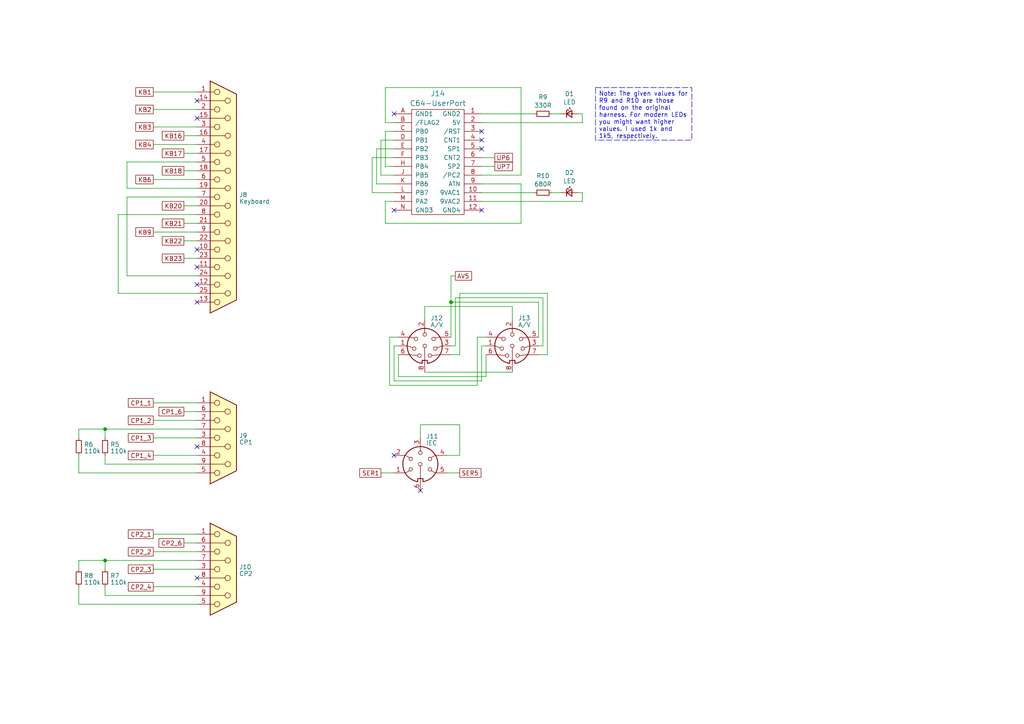
<source format=kicad_sch>
(kicad_sch (version 20230121) (generator eeschema)

  (uuid c1da52df-015d-4fc7-a4ee-587a7c0d2634)

  (paper "A4")

  (title_block
    (title "C128Diag Connectors")
    (date "2024-01-09")
    (rev "1")
    (company "www.hackup.net")
    (comment 1 "Creative Commons Attribution-NonCommercial-ShareAlike 4.0 International License.")
    (comment 2 "This work is licensed under a")
    (comment 4 "Replica of C128 Diagnostic Test PCB ASSY NO. 325093-01 REV B")
  )

  (lib_symbols
    (symbol "Connector:DB25_Receptacle" (pin_names (offset 1.016) hide) (in_bom yes) (on_board yes)
      (property "Reference" "J" (at 0 34.29 0)
        (effects (font (size 1.27 1.27)))
      )
      (property "Value" "DB25_Receptacle" (at 0 -34.925 0)
        (effects (font (size 1.27 1.27)))
      )
      (property "Footprint" "" (at 0 0 0)
        (effects (font (size 1.27 1.27)) hide)
      )
      (property "Datasheet" " ~" (at 0 0 0)
        (effects (font (size 1.27 1.27)) hide)
      )
      (property "ki_keywords" "female receptacle D-SUB connector" (at 0 0 0)
        (effects (font (size 1.27 1.27)) hide)
      )
      (property "ki_description" "25-pin female receptacle socket D-SUB connector" (at 0 0 0)
        (effects (font (size 1.27 1.27)) hide)
      )
      (property "ki_fp_filters" "DSUB*Female*" (at 0 0 0)
        (effects (font (size 1.27 1.27)) hide)
      )
      (symbol "DB25_Receptacle_0_1"
        (circle (center -1.778 -30.48) (radius 0.762)
          (stroke (width 0) (type default))
          (fill (type none))
        )
        (circle (center -1.778 -25.4) (radius 0.762)
          (stroke (width 0) (type default))
          (fill (type none))
        )
        (circle (center -1.778 -20.32) (radius 0.762)
          (stroke (width 0) (type default))
          (fill (type none))
        )
        (circle (center -1.778 -15.24) (radius 0.762)
          (stroke (width 0) (type default))
          (fill (type none))
        )
        (circle (center -1.778 -10.16) (radius 0.762)
          (stroke (width 0) (type default))
          (fill (type none))
        )
        (circle (center -1.778 -5.08) (radius 0.762)
          (stroke (width 0) (type default))
          (fill (type none))
        )
        (circle (center -1.778 0) (radius 0.762)
          (stroke (width 0) (type default))
          (fill (type none))
        )
        (circle (center -1.778 5.08) (radius 0.762)
          (stroke (width 0) (type default))
          (fill (type none))
        )
        (circle (center -1.778 10.16) (radius 0.762)
          (stroke (width 0) (type default))
          (fill (type none))
        )
        (circle (center -1.778 15.24) (radius 0.762)
          (stroke (width 0) (type default))
          (fill (type none))
        )
        (circle (center -1.778 20.32) (radius 0.762)
          (stroke (width 0) (type default))
          (fill (type none))
        )
        (circle (center -1.778 25.4) (radius 0.762)
          (stroke (width 0) (type default))
          (fill (type none))
        )
        (circle (center -1.778 30.48) (radius 0.762)
          (stroke (width 0) (type default))
          (fill (type none))
        )
        (polyline
          (pts
            (xy -3.81 -30.48)
            (xy -2.54 -30.48)
          )
          (stroke (width 0) (type default))
          (fill (type none))
        )
        (polyline
          (pts
            (xy -3.81 -27.94)
            (xy 0.508 -27.94)
          )
          (stroke (width 0) (type default))
          (fill (type none))
        )
        (polyline
          (pts
            (xy -3.81 -25.4)
            (xy -2.54 -25.4)
          )
          (stroke (width 0) (type default))
          (fill (type none))
        )
        (polyline
          (pts
            (xy -3.81 -22.86)
            (xy 0.508 -22.86)
          )
          (stroke (width 0) (type default))
          (fill (type none))
        )
        (polyline
          (pts
            (xy -3.81 -20.32)
            (xy -2.54 -20.32)
          )
          (stroke (width 0) (type default))
          (fill (type none))
        )
        (polyline
          (pts
            (xy -3.81 -17.78)
            (xy 0.508 -17.78)
          )
          (stroke (width 0) (type default))
          (fill (type none))
        )
        (polyline
          (pts
            (xy -3.81 -15.24)
            (xy -2.54 -15.24)
          )
          (stroke (width 0) (type default))
          (fill (type none))
        )
        (polyline
          (pts
            (xy -3.81 -12.7)
            (xy 0.508 -12.7)
          )
          (stroke (width 0) (type default))
          (fill (type none))
        )
        (polyline
          (pts
            (xy -3.81 -10.16)
            (xy -2.54 -10.16)
          )
          (stroke (width 0) (type default))
          (fill (type none))
        )
        (polyline
          (pts
            (xy -3.81 -7.62)
            (xy 0.508 -7.62)
          )
          (stroke (width 0) (type default))
          (fill (type none))
        )
        (polyline
          (pts
            (xy -3.81 -5.08)
            (xy -2.54 -5.08)
          )
          (stroke (width 0) (type default))
          (fill (type none))
        )
        (polyline
          (pts
            (xy -3.81 -2.54)
            (xy 0.508 -2.54)
          )
          (stroke (width 0) (type default))
          (fill (type none))
        )
        (polyline
          (pts
            (xy -3.81 0)
            (xy -2.54 0)
          )
          (stroke (width 0) (type default))
          (fill (type none))
        )
        (polyline
          (pts
            (xy -3.81 2.54)
            (xy 0.508 2.54)
          )
          (stroke (width 0) (type default))
          (fill (type none))
        )
        (polyline
          (pts
            (xy -3.81 5.08)
            (xy -2.54 5.08)
          )
          (stroke (width 0) (type default))
          (fill (type none))
        )
        (polyline
          (pts
            (xy -3.81 7.62)
            (xy 0.508 7.62)
          )
          (stroke (width 0) (type default))
          (fill (type none))
        )
        (polyline
          (pts
            (xy -3.81 10.16)
            (xy -2.54 10.16)
          )
          (stroke (width 0) (type default))
          (fill (type none))
        )
        (polyline
          (pts
            (xy -3.81 12.7)
            (xy 0.508 12.7)
          )
          (stroke (width 0) (type default))
          (fill (type none))
        )
        (polyline
          (pts
            (xy -3.81 15.24)
            (xy -2.54 15.24)
          )
          (stroke (width 0) (type default))
          (fill (type none))
        )
        (polyline
          (pts
            (xy -3.81 17.78)
            (xy 0.508 17.78)
          )
          (stroke (width 0) (type default))
          (fill (type none))
        )
        (polyline
          (pts
            (xy -3.81 20.32)
            (xy -2.54 20.32)
          )
          (stroke (width 0) (type default))
          (fill (type none))
        )
        (polyline
          (pts
            (xy -3.81 22.86)
            (xy 0.508 22.86)
          )
          (stroke (width 0) (type default))
          (fill (type none))
        )
        (polyline
          (pts
            (xy -3.81 25.4)
            (xy -2.54 25.4)
          )
          (stroke (width 0) (type default))
          (fill (type none))
        )
        (polyline
          (pts
            (xy -3.81 27.94)
            (xy 0.508 27.94)
          )
          (stroke (width 0) (type default))
          (fill (type none))
        )
        (polyline
          (pts
            (xy -3.81 30.48)
            (xy -2.54 30.48)
          )
          (stroke (width 0) (type default))
          (fill (type none))
        )
        (polyline
          (pts
            (xy -3.81 33.655)
            (xy 3.81 29.845)
            (xy 3.81 -29.845)
            (xy -3.81 -33.655)
            (xy -3.81 33.655)
          )
          (stroke (width 0.254) (type default))
          (fill (type background))
        )
        (circle (center 1.27 -27.94) (radius 0.762)
          (stroke (width 0) (type default))
          (fill (type none))
        )
        (circle (center 1.27 -22.86) (radius 0.762)
          (stroke (width 0) (type default))
          (fill (type none))
        )
        (circle (center 1.27 -17.78) (radius 0.762)
          (stroke (width 0) (type default))
          (fill (type none))
        )
        (circle (center 1.27 -12.7) (radius 0.762)
          (stroke (width 0) (type default))
          (fill (type none))
        )
        (circle (center 1.27 -7.62) (radius 0.762)
          (stroke (width 0) (type default))
          (fill (type none))
        )
        (circle (center 1.27 -2.54) (radius 0.762)
          (stroke (width 0) (type default))
          (fill (type none))
        )
        (circle (center 1.27 2.54) (radius 0.762)
          (stroke (width 0) (type default))
          (fill (type none))
        )
        (circle (center 1.27 7.62) (radius 0.762)
          (stroke (width 0) (type default))
          (fill (type none))
        )
        (circle (center 1.27 12.7) (radius 0.762)
          (stroke (width 0) (type default))
          (fill (type none))
        )
        (circle (center 1.27 17.78) (radius 0.762)
          (stroke (width 0) (type default))
          (fill (type none))
        )
        (circle (center 1.27 22.86) (radius 0.762)
          (stroke (width 0) (type default))
          (fill (type none))
        )
        (circle (center 1.27 27.94) (radius 0.762)
          (stroke (width 0) (type default))
          (fill (type none))
        )
      )
      (symbol "DB25_Receptacle_1_1"
        (pin passive line (at -7.62 30.48 0) (length 3.81)
          (name "1" (effects (font (size 1.27 1.27))))
          (number "1" (effects (font (size 1.27 1.27))))
        )
        (pin passive line (at -7.62 -15.24 0) (length 3.81)
          (name "10" (effects (font (size 1.27 1.27))))
          (number "10" (effects (font (size 1.27 1.27))))
        )
        (pin passive line (at -7.62 -20.32 0) (length 3.81)
          (name "11" (effects (font (size 1.27 1.27))))
          (number "11" (effects (font (size 1.27 1.27))))
        )
        (pin passive line (at -7.62 -25.4 0) (length 3.81)
          (name "12" (effects (font (size 1.27 1.27))))
          (number "12" (effects (font (size 1.27 1.27))))
        )
        (pin passive line (at -7.62 -30.48 0) (length 3.81)
          (name "13" (effects (font (size 1.27 1.27))))
          (number "13" (effects (font (size 1.27 1.27))))
        )
        (pin passive line (at -7.62 27.94 0) (length 3.81)
          (name "P14" (effects (font (size 1.27 1.27))))
          (number "14" (effects (font (size 1.27 1.27))))
        )
        (pin passive line (at -7.62 22.86 0) (length 3.81)
          (name "P15" (effects (font (size 1.27 1.27))))
          (number "15" (effects (font (size 1.27 1.27))))
        )
        (pin passive line (at -7.62 17.78 0) (length 3.81)
          (name "P16" (effects (font (size 1.27 1.27))))
          (number "16" (effects (font (size 1.27 1.27))))
        )
        (pin passive line (at -7.62 12.7 0) (length 3.81)
          (name "P17" (effects (font (size 1.27 1.27))))
          (number "17" (effects (font (size 1.27 1.27))))
        )
        (pin passive line (at -7.62 7.62 0) (length 3.81)
          (name "P18" (effects (font (size 1.27 1.27))))
          (number "18" (effects (font (size 1.27 1.27))))
        )
        (pin passive line (at -7.62 2.54 0) (length 3.81)
          (name "P19" (effects (font (size 1.27 1.27))))
          (number "19" (effects (font (size 1.27 1.27))))
        )
        (pin passive line (at -7.62 25.4 0) (length 3.81)
          (name "2" (effects (font (size 1.27 1.27))))
          (number "2" (effects (font (size 1.27 1.27))))
        )
        (pin passive line (at -7.62 -2.54 0) (length 3.81)
          (name "P20" (effects (font (size 1.27 1.27))))
          (number "20" (effects (font (size 1.27 1.27))))
        )
        (pin passive line (at -7.62 -7.62 0) (length 3.81)
          (name "P21" (effects (font (size 1.27 1.27))))
          (number "21" (effects (font (size 1.27 1.27))))
        )
        (pin passive line (at -7.62 -12.7 0) (length 3.81)
          (name "P22" (effects (font (size 1.27 1.27))))
          (number "22" (effects (font (size 1.27 1.27))))
        )
        (pin passive line (at -7.62 -17.78 0) (length 3.81)
          (name "P23" (effects (font (size 1.27 1.27))))
          (number "23" (effects (font (size 1.27 1.27))))
        )
        (pin passive line (at -7.62 -22.86 0) (length 3.81)
          (name "P24" (effects (font (size 1.27 1.27))))
          (number "24" (effects (font (size 1.27 1.27))))
        )
        (pin passive line (at -7.62 -27.94 0) (length 3.81)
          (name "P25" (effects (font (size 1.27 1.27))))
          (number "25" (effects (font (size 1.27 1.27))))
        )
        (pin passive line (at -7.62 20.32 0) (length 3.81)
          (name "3" (effects (font (size 1.27 1.27))))
          (number "3" (effects (font (size 1.27 1.27))))
        )
        (pin passive line (at -7.62 15.24 0) (length 3.81)
          (name "4" (effects (font (size 1.27 1.27))))
          (number "4" (effects (font (size 1.27 1.27))))
        )
        (pin passive line (at -7.62 10.16 0) (length 3.81)
          (name "5" (effects (font (size 1.27 1.27))))
          (number "5" (effects (font (size 1.27 1.27))))
        )
        (pin passive line (at -7.62 5.08 0) (length 3.81)
          (name "6" (effects (font (size 1.27 1.27))))
          (number "6" (effects (font (size 1.27 1.27))))
        )
        (pin passive line (at -7.62 0 0) (length 3.81)
          (name "7" (effects (font (size 1.27 1.27))))
          (number "7" (effects (font (size 1.27 1.27))))
        )
        (pin passive line (at -7.62 -5.08 0) (length 3.81)
          (name "8" (effects (font (size 1.27 1.27))))
          (number "8" (effects (font (size 1.27 1.27))))
        )
        (pin passive line (at -7.62 -10.16 0) (length 3.81)
          (name "9" (effects (font (size 1.27 1.27))))
          (number "9" (effects (font (size 1.27 1.27))))
        )
      )
    )
    (symbol "Connector:DE9_Receptacle" (pin_names (offset 1.016) hide) (in_bom yes) (on_board yes)
      (property "Reference" "J" (at 0 13.97 0)
        (effects (font (size 1.27 1.27)))
      )
      (property "Value" "DE9_Receptacle" (at 0 -14.605 0)
        (effects (font (size 1.27 1.27)))
      )
      (property "Footprint" "" (at 0 0 0)
        (effects (font (size 1.27 1.27)) hide)
      )
      (property "Datasheet" " ~" (at 0 0 0)
        (effects (font (size 1.27 1.27)) hide)
      )
      (property "ki_keywords" "connector receptacle female D-SUB DB9" (at 0 0 0)
        (effects (font (size 1.27 1.27)) hide)
      )
      (property "ki_description" "9-pin female receptacle socket D-SUB connector" (at 0 0 0)
        (effects (font (size 1.27 1.27)) hide)
      )
      (property "ki_fp_filters" "DSUB*Female*" (at 0 0 0)
        (effects (font (size 1.27 1.27)) hide)
      )
      (symbol "DE9_Receptacle_0_1"
        (circle (center -1.778 -10.16) (radius 0.762)
          (stroke (width 0) (type default))
          (fill (type none))
        )
        (circle (center -1.778 -5.08) (radius 0.762)
          (stroke (width 0) (type default))
          (fill (type none))
        )
        (circle (center -1.778 0) (radius 0.762)
          (stroke (width 0) (type default))
          (fill (type none))
        )
        (circle (center -1.778 5.08) (radius 0.762)
          (stroke (width 0) (type default))
          (fill (type none))
        )
        (circle (center -1.778 10.16) (radius 0.762)
          (stroke (width 0) (type default))
          (fill (type none))
        )
        (polyline
          (pts
            (xy -3.81 -10.16)
            (xy -2.54 -10.16)
          )
          (stroke (width 0) (type default))
          (fill (type none))
        )
        (polyline
          (pts
            (xy -3.81 -7.62)
            (xy 0.508 -7.62)
          )
          (stroke (width 0) (type default))
          (fill (type none))
        )
        (polyline
          (pts
            (xy -3.81 -5.08)
            (xy -2.54 -5.08)
          )
          (stroke (width 0) (type default))
          (fill (type none))
        )
        (polyline
          (pts
            (xy -3.81 -2.54)
            (xy 0.508 -2.54)
          )
          (stroke (width 0) (type default))
          (fill (type none))
        )
        (polyline
          (pts
            (xy -3.81 0)
            (xy -2.54 0)
          )
          (stroke (width 0) (type default))
          (fill (type none))
        )
        (polyline
          (pts
            (xy -3.81 2.54)
            (xy 0.508 2.54)
          )
          (stroke (width 0) (type default))
          (fill (type none))
        )
        (polyline
          (pts
            (xy -3.81 5.08)
            (xy -2.54 5.08)
          )
          (stroke (width 0) (type default))
          (fill (type none))
        )
        (polyline
          (pts
            (xy -3.81 7.62)
            (xy 0.508 7.62)
          )
          (stroke (width 0) (type default))
          (fill (type none))
        )
        (polyline
          (pts
            (xy -3.81 10.16)
            (xy -2.54 10.16)
          )
          (stroke (width 0) (type default))
          (fill (type none))
        )
        (polyline
          (pts
            (xy -3.81 13.335)
            (xy -3.81 -13.335)
            (xy 3.81 -9.525)
            (xy 3.81 9.525)
            (xy -3.81 13.335)
          )
          (stroke (width 0.254) (type default))
          (fill (type background))
        )
        (circle (center 1.27 -7.62) (radius 0.762)
          (stroke (width 0) (type default))
          (fill (type none))
        )
        (circle (center 1.27 -2.54) (radius 0.762)
          (stroke (width 0) (type default))
          (fill (type none))
        )
        (circle (center 1.27 2.54) (radius 0.762)
          (stroke (width 0) (type default))
          (fill (type none))
        )
        (circle (center 1.27 7.62) (radius 0.762)
          (stroke (width 0) (type default))
          (fill (type none))
        )
      )
      (symbol "DE9_Receptacle_1_1"
        (pin passive line (at -7.62 10.16 0) (length 3.81)
          (name "1" (effects (font (size 1.27 1.27))))
          (number "1" (effects (font (size 1.27 1.27))))
        )
        (pin passive line (at -7.62 5.08 0) (length 3.81)
          (name "2" (effects (font (size 1.27 1.27))))
          (number "2" (effects (font (size 1.27 1.27))))
        )
        (pin passive line (at -7.62 0 0) (length 3.81)
          (name "3" (effects (font (size 1.27 1.27))))
          (number "3" (effects (font (size 1.27 1.27))))
        )
        (pin passive line (at -7.62 -5.08 0) (length 3.81)
          (name "4" (effects (font (size 1.27 1.27))))
          (number "4" (effects (font (size 1.27 1.27))))
        )
        (pin passive line (at -7.62 -10.16 0) (length 3.81)
          (name "5" (effects (font (size 1.27 1.27))))
          (number "5" (effects (font (size 1.27 1.27))))
        )
        (pin passive line (at -7.62 7.62 0) (length 3.81)
          (name "6" (effects (font (size 1.27 1.27))))
          (number "6" (effects (font (size 1.27 1.27))))
        )
        (pin passive line (at -7.62 2.54 0) (length 3.81)
          (name "7" (effects (font (size 1.27 1.27))))
          (number "7" (effects (font (size 1.27 1.27))))
        )
        (pin passive line (at -7.62 -2.54 0) (length 3.81)
          (name "8" (effects (font (size 1.27 1.27))))
          (number "8" (effects (font (size 1.27 1.27))))
        )
        (pin passive line (at -7.62 -7.62 0) (length 3.81)
          (name "9" (effects (font (size 1.27 1.27))))
          (number "9" (effects (font (size 1.27 1.27))))
        )
      )
    )
    (symbol "Connector:DIN-6" (pin_names (offset 1.016)) (in_bom yes) (on_board yes)
      (property "Reference" "J" (at 3.175 5.715 0)
        (effects (font (size 1.27 1.27)))
      )
      (property "Value" "DIN-6" (at 4.445 -4.445 0)
        (effects (font (size 1.27 1.27)) (justify left))
      )
      (property "Footprint" "" (at 0 0 0)
        (effects (font (size 1.27 1.27)) hide)
      )
      (property "Datasheet" "http://www.mouser.com/ds/2/18/40_c091_abd_e-75918.pdf" (at 0 0 0)
        (effects (font (size 1.27 1.27)) hide)
      )
      (property "ki_keywords" "circular DIN connector" (at 0 0 0)
        (effects (font (size 1.27 1.27)) hide)
      )
      (property "ki_description" "6-pin DIN connector" (at 0 0 0)
        (effects (font (size 1.27 1.27)) hide)
      )
      (property "ki_fp_filters" "DIN*" (at 0 0 0)
        (effects (font (size 1.27 1.27)) hide)
      )
      (symbol "DIN-6_0_1"
        (arc (start -5.08 0) (mid -3.8609 -3.3364) (end -0.762 -5.08)
          (stroke (width 0.254) (type default))
          (fill (type none))
        )
        (circle (center -2.794 -1.524) (radius 0.508)
          (stroke (width 0) (type default))
          (fill (type none))
        )
        (circle (center -2.794 1.524) (radius 0.508)
          (stroke (width 0) (type default))
          (fill (type none))
        )
        (polyline
          (pts
            (xy 0 -5.08)
            (xy 0 -0.508)
          )
          (stroke (width 0) (type default))
          (fill (type none))
        )
        (polyline
          (pts
            (xy 0 5.08)
            (xy 0 3.81)
          )
          (stroke (width 0) (type default))
          (fill (type none))
        )
        (polyline
          (pts
            (xy -5.08 -2.54)
            (xy -4.318 -2.54)
            (xy -3.175 -1.905)
          )
          (stroke (width 0) (type default))
          (fill (type none))
        )
        (polyline
          (pts
            (xy -5.08 2.54)
            (xy -4.318 2.54)
            (xy -3.175 1.905)
          )
          (stroke (width 0) (type default))
          (fill (type none))
        )
        (polyline
          (pts
            (xy 5.08 -2.54)
            (xy 4.318 -2.54)
            (xy 3.175 -1.905)
          )
          (stroke (width 0) (type default))
          (fill (type none))
        )
        (polyline
          (pts
            (xy 5.08 2.54)
            (xy 4.318 2.54)
            (xy 3.175 1.905)
          )
          (stroke (width 0) (type default))
          (fill (type none))
        )
        (polyline
          (pts
            (xy -0.762 -4.953)
            (xy -0.762 -4.191)
            (xy 0.762 -4.191)
            (xy 0.762 -4.953)
          )
          (stroke (width 0.254) (type default))
          (fill (type none))
        )
        (circle (center 0 0) (radius 0.508)
          (stroke (width 0) (type default))
          (fill (type none))
        )
        (circle (center 0 3.302) (radius 0.508)
          (stroke (width 0) (type default))
          (fill (type none))
        )
        (arc (start 0.762 -5.08) (mid 3.8685 -3.343) (end 5.08 0)
          (stroke (width 0.254) (type default))
          (fill (type none))
        )
        (circle (center 2.794 -1.524) (radius 0.508)
          (stroke (width 0) (type default))
          (fill (type none))
        )
        (circle (center 2.794 1.524) (radius 0.508)
          (stroke (width 0) (type default))
          (fill (type none))
        )
        (arc (start 5.08 0) (mid 0 5.0579) (end -5.08 0)
          (stroke (width 0.254) (type default))
          (fill (type none))
        )
      )
      (symbol "DIN-6_1_1"
        (pin passive line (at -7.62 -2.54 0) (length 2.54)
          (name "~" (effects (font (size 1.27 1.27))))
          (number "1" (effects (font (size 1.27 1.27))))
        )
        (pin passive line (at -7.62 2.54 0) (length 2.54)
          (name "~" (effects (font (size 1.27 1.27))))
          (number "2" (effects (font (size 1.27 1.27))))
        )
        (pin passive line (at 0 7.62 270) (length 2.54)
          (name "~" (effects (font (size 1.27 1.27))))
          (number "3" (effects (font (size 1.27 1.27))))
        )
        (pin passive line (at 7.62 2.54 180) (length 2.54)
          (name "~" (effects (font (size 1.27 1.27))))
          (number "4" (effects (font (size 1.27 1.27))))
        )
        (pin passive line (at 7.62 -2.54 180) (length 2.54)
          (name "~" (effects (font (size 1.27 1.27))))
          (number "5" (effects (font (size 1.27 1.27))))
        )
        (pin passive line (at 0 -7.62 90) (length 2.54)
          (name "~" (effects (font (size 1.27 1.27))))
          (number "6" (effects (font (size 1.27 1.27))))
        )
      )
    )
    (symbol "Connector:DIN-8" (pin_names (offset 1.016)) (in_bom yes) (on_board yes)
      (property "Reference" "J" (at 3.175 5.715 0)
        (effects (font (size 1.27 1.27)))
      )
      (property "Value" "DIN-8" (at 2.032 -5.842 0)
        (effects (font (size 1.27 1.27)) (justify left))
      )
      (property "Footprint" "" (at 0 0 0)
        (effects (font (size 1.27 1.27)) hide)
      )
      (property "Datasheet" "http://www.mouser.com/ds/2/18/40_c091_abd_e-75918.pdf" (at 0 0 0)
        (effects (font (size 1.27 1.27)) hide)
      )
      (property "ki_keywords" "circular DIN connector" (at 0 0 0)
        (effects (font (size 1.27 1.27)) hide)
      )
      (property "ki_description" "8-pin DIN connector" (at 0 0 0)
        (effects (font (size 1.27 1.27)) hide)
      )
      (property "ki_fp_filters" "DIN*" (at 0 0 0)
        (effects (font (size 1.27 1.27)) hide)
      )
      (symbol "DIN-8_0_1"
        (arc (start -5.08 0) (mid -3.8609 -3.3364) (end -0.762 -5.08)
          (stroke (width 0.254) (type default))
          (fill (type none))
        )
        (circle (center -3.048 -0.762) (radius 0.508)
          (stroke (width 0) (type default))
          (fill (type none))
        )
        (circle (center -2.54 2.032) (radius 0.508)
          (stroke (width 0) (type default))
          (fill (type none))
        )
        (circle (center -1.524 -2.794) (radius 0.508)
          (stroke (width 0) (type default))
          (fill (type none))
        )
        (polyline
          (pts
            (xy -5.08 0)
            (xy -3.556 -0.508)
          )
          (stroke (width 0) (type default))
          (fill (type none))
        )
        (polyline
          (pts
            (xy 0 -0.508)
            (xy 0 -5.08)
          )
          (stroke (width 0) (type default))
          (fill (type none))
        )
        (polyline
          (pts
            (xy 0 5.08)
            (xy 0 3.81)
          )
          (stroke (width 0) (type default))
          (fill (type none))
        )
        (polyline
          (pts
            (xy 5.08 0)
            (xy 3.556 -0.508)
          )
          (stroke (width 0) (type default))
          (fill (type none))
        )
        (polyline
          (pts
            (xy -5.08 -2.54)
            (xy -4.318 -2.54)
            (xy -2.032 -2.794)
          )
          (stroke (width 0) (type default))
          (fill (type none))
        )
        (polyline
          (pts
            (xy -5.08 2.54)
            (xy -4.318 2.54)
            (xy -3.048 2.286)
          )
          (stroke (width 0) (type default))
          (fill (type none))
        )
        (polyline
          (pts
            (xy 5.08 -2.54)
            (xy 4.318 -2.54)
            (xy 2.032 -2.794)
          )
          (stroke (width 0) (type default))
          (fill (type none))
        )
        (polyline
          (pts
            (xy 5.08 2.54)
            (xy 4.318 2.54)
            (xy 3.048 2.286)
          )
          (stroke (width 0) (type default))
          (fill (type none))
        )
        (polyline
          (pts
            (xy -0.762 -4.953)
            (xy -0.762 -4.191)
            (xy 0.762 -4.191)
            (xy 0.762 -4.953)
          )
          (stroke (width 0.254) (type default))
          (fill (type none))
        )
        (circle (center 0 0) (radius 0.508)
          (stroke (width 0) (type default))
          (fill (type none))
        )
        (circle (center 0 3.302) (radius 0.508)
          (stroke (width 0) (type default))
          (fill (type none))
        )
        (arc (start 0.762 -5.08) (mid 3.8685 -3.343) (end 5.08 0)
          (stroke (width 0.254) (type default))
          (fill (type none))
        )
        (circle (center 1.524 -2.794) (radius 0.508)
          (stroke (width 0) (type default))
          (fill (type none))
        )
        (circle (center 2.54 2.032) (radius 0.508)
          (stroke (width 0) (type default))
          (fill (type none))
        )
        (circle (center 3.048 -0.762) (radius 0.508)
          (stroke (width 0) (type default))
          (fill (type none))
        )
        (arc (start 5.08 0) (mid 0 5.0579) (end -5.08 0)
          (stroke (width 0.254) (type default))
          (fill (type none))
        )
      )
      (symbol "DIN-8_1_1"
        (pin passive line (at -7.62 0 0) (length 2.54)
          (name "~" (effects (font (size 1.27 1.27))))
          (number "1" (effects (font (size 1.27 1.27))))
        )
        (pin passive line (at 0 7.62 270) (length 2.54)
          (name "~" (effects (font (size 1.27 1.27))))
          (number "2" (effects (font (size 1.27 1.27))))
        )
        (pin passive line (at 7.62 0 180) (length 2.54)
          (name "~" (effects (font (size 1.27 1.27))))
          (number "3" (effects (font (size 1.27 1.27))))
        )
        (pin passive line (at -7.62 2.54 0) (length 2.54)
          (name "~" (effects (font (size 1.27 1.27))))
          (number "4" (effects (font (size 1.27 1.27))))
        )
        (pin passive line (at 7.62 2.54 180) (length 2.54)
          (name "~" (effects (font (size 1.27 1.27))))
          (number "5" (effects (font (size 1.27 1.27))))
        )
        (pin passive line (at -7.62 -2.54 0) (length 2.54)
          (name "~" (effects (font (size 1.27 1.27))))
          (number "6" (effects (font (size 1.27 1.27))))
        )
        (pin passive line (at 7.62 -2.54 180) (length 2.54)
          (name "~" (effects (font (size 1.27 1.27))))
          (number "7" (effects (font (size 1.27 1.27))))
        )
        (pin passive line (at 0 -7.62 90) (length 2.54)
          (name "~" (effects (font (size 1.27 1.27))))
          (number "8" (effects (font (size 1.27 1.27))))
        )
      )
    )
    (symbol "Device:LED_Small" (pin_numbers hide) (pin_names (offset 0.254) hide) (in_bom yes) (on_board yes)
      (property "Reference" "D" (at -1.27 3.175 0)
        (effects (font (size 1.27 1.27)) (justify left))
      )
      (property "Value" "LED_Small" (at -4.445 -2.54 0)
        (effects (font (size 1.27 1.27)) (justify left))
      )
      (property "Footprint" "" (at 0 0 90)
        (effects (font (size 1.27 1.27)) hide)
      )
      (property "Datasheet" "~" (at 0 0 90)
        (effects (font (size 1.27 1.27)) hide)
      )
      (property "ki_keywords" "LED diode light-emitting-diode" (at 0 0 0)
        (effects (font (size 1.27 1.27)) hide)
      )
      (property "ki_description" "Light emitting diode, small symbol" (at 0 0 0)
        (effects (font (size 1.27 1.27)) hide)
      )
      (property "ki_fp_filters" "LED* LED_SMD:* LED_THT:*" (at 0 0 0)
        (effects (font (size 1.27 1.27)) hide)
      )
      (symbol "LED_Small_0_1"
        (polyline
          (pts
            (xy -0.762 -1.016)
            (xy -0.762 1.016)
          )
          (stroke (width 0.254) (type default))
          (fill (type none))
        )
        (polyline
          (pts
            (xy 1.016 0)
            (xy -0.762 0)
          )
          (stroke (width 0) (type default))
          (fill (type none))
        )
        (polyline
          (pts
            (xy 0.762 -1.016)
            (xy -0.762 0)
            (xy 0.762 1.016)
            (xy 0.762 -1.016)
          )
          (stroke (width 0.254) (type default))
          (fill (type none))
        )
        (polyline
          (pts
            (xy 0 0.762)
            (xy -0.508 1.27)
            (xy -0.254 1.27)
            (xy -0.508 1.27)
            (xy -0.508 1.016)
          )
          (stroke (width 0) (type default))
          (fill (type none))
        )
        (polyline
          (pts
            (xy 0.508 1.27)
            (xy 0 1.778)
            (xy 0.254 1.778)
            (xy 0 1.778)
            (xy 0 1.524)
          )
          (stroke (width 0) (type default))
          (fill (type none))
        )
      )
      (symbol "LED_Small_1_1"
        (pin passive line (at -2.54 0 0) (length 1.778)
          (name "K" (effects (font (size 1.27 1.27))))
          (number "1" (effects (font (size 1.27 1.27))))
        )
        (pin passive line (at 2.54 0 180) (length 1.778)
          (name "A" (effects (font (size 1.27 1.27))))
          (number "2" (effects (font (size 1.27 1.27))))
        )
      )
    )
    (symbol "Device:R_Small" (pin_numbers hide) (pin_names (offset 0.254) hide) (in_bom yes) (on_board yes)
      (property "Reference" "R" (at 0.762 0.508 0)
        (effects (font (size 1.27 1.27)) (justify left))
      )
      (property "Value" "R_Small" (at 0.762 -1.016 0)
        (effects (font (size 1.27 1.27)) (justify left))
      )
      (property "Footprint" "" (at 0 0 0)
        (effects (font (size 1.27 1.27)) hide)
      )
      (property "Datasheet" "~" (at 0 0 0)
        (effects (font (size 1.27 1.27)) hide)
      )
      (property "ki_keywords" "R resistor" (at 0 0 0)
        (effects (font (size 1.27 1.27)) hide)
      )
      (property "ki_description" "Resistor, small symbol" (at 0 0 0)
        (effects (font (size 1.27 1.27)) hide)
      )
      (property "ki_fp_filters" "R_*" (at 0 0 0)
        (effects (font (size 1.27 1.27)) hide)
      )
      (symbol "R_Small_0_1"
        (rectangle (start -0.762 1.778) (end 0.762 -1.778)
          (stroke (width 0.2032) (type default))
          (fill (type none))
        )
      )
      (symbol "R_Small_1_1"
        (pin passive line (at 0 2.54 270) (length 0.762)
          (name "~" (effects (font (size 1.27 1.27))))
          (number "1" (effects (font (size 1.27 1.27))))
        )
        (pin passive line (at 0 -2.54 90) (length 0.762)
          (name "~" (effects (font (size 1.27 1.27))))
          (number "2" (effects (font (size 1.27 1.27))))
        )
      )
    )
    (symbol "hackup-commodore:C64-UserPort" (pin_names (offset 1.016)) (in_bom yes) (on_board yes)
      (property "Reference" "J" (at 0 -11.43 0)
        (effects (font (size 1.524 1.524)))
      )
      (property "Value" "C64-UserPort" (at 0 -8.89 0)
        (effects (font (size 1.524 1.524)))
      )
      (property "Footprint" "Hackup_Commodore:C64-User-Port-Female" (at 0 26.67 0)
        (effects (font (size 1.524 1.524)) hide)
      )
      (property "Datasheet" "~" (at 0 -21.59 0)
        (effects (font (size 1.524 1.524)) hide)
      )
      (property "ki_keywords" "C64 Userport User-Port Commodore" (at 0 0 0)
        (effects (font (size 1.27 1.27)) hide)
      )
      (property "ki_description" "Board edge connector for the User Port of the Commodore 64 computer." (at 0 0 0)
        (effects (font (size 1.27 1.27)) hide)
      )
      (property "ki_fp_filters" "C64-User-Port-* C64-UserPort*" (at 0 0 0)
        (effects (font (size 1.27 1.27)) hide)
      )
      (symbol "C64-UserPort_0_1"
        (rectangle (start -7.62 24.13) (end 7.62 -6.35)
          (stroke (width 0) (type default))
          (fill (type none))
        )
        (rectangle (start 7.62 22.86) (end 7.62 22.86)
          (stroke (width 0) (type default))
          (fill (type none))
        )
      )
      (symbol "C64-UserPort_1_1"
        (pin power_out line (at 12.7 22.86 180) (length 5.08)
          (name "GND2" (effects (font (size 1.27 1.27))))
          (number "1" (effects (font (size 1.27 1.27))))
        )
        (pin power_out line (at 12.7 0 180) (length 5.08)
          (name "9VAC1" (effects (font (size 1.27 1.27))))
          (number "10" (effects (font (size 1.27 1.27))))
        )
        (pin power_out line (at 12.7 -2.54 180) (length 5.08)
          (name "9VAC2" (effects (font (size 1.27 1.27))))
          (number "11" (effects (font (size 1.27 1.27))))
        )
        (pin power_out line (at 12.7 -5.08 180) (length 5.08)
          (name "GND4" (effects (font (size 1.27 1.27))))
          (number "12" (effects (font (size 1.27 1.27))))
        )
        (pin power_out line (at 12.7 20.32 180) (length 5.08)
          (name "5V" (effects (font (size 1.27 1.27))))
          (number "2" (effects (font (size 1.27 1.27))))
        )
        (pin bidirectional line (at 12.7 17.78 180) (length 5.08)
          (name "/RST" (effects (font (size 1.27 1.27))))
          (number "3" (effects (font (size 1.27 1.27))))
        )
        (pin input line (at 12.7 15.24 180) (length 5.08)
          (name "CNT1" (effects (font (size 1.27 1.27))))
          (number "4" (effects (font (size 1.27 1.27))))
        )
        (pin bidirectional line (at 12.7 12.7 180) (length 5.08)
          (name "SP1" (effects (font (size 1.27 1.27))))
          (number "5" (effects (font (size 1.27 1.27))))
        )
        (pin input line (at 12.7 10.16 180) (length 5.08)
          (name "CNT2" (effects (font (size 1.27 1.27))))
          (number "6" (effects (font (size 1.27 1.27))))
        )
        (pin bidirectional line (at 12.7 7.62 180) (length 5.08)
          (name "SP2" (effects (font (size 1.27 1.27))))
          (number "7" (effects (font (size 1.27 1.27))))
        )
        (pin output line (at 12.7 5.08 180) (length 5.08)
          (name "/PC2" (effects (font (size 1.27 1.27))))
          (number "8" (effects (font (size 1.27 1.27))))
        )
        (pin input line (at 12.7 2.54 180) (length 5.08)
          (name "ATN" (effects (font (size 1.27 1.27))))
          (number "9" (effects (font (size 1.27 1.27))))
        )
        (pin power_out line (at -12.7 22.86 0) (length 5.08)
          (name "GND1" (effects (font (size 1.27 1.27))))
          (number "A" (effects (font (size 1.27 1.27))))
        )
        (pin input line (at -12.7 20.32 0) (length 5.08)
          (name "/FLAG2" (effects (font (size 1.27 1.27))))
          (number "B" (effects (font (size 1.27 1.27))))
        )
        (pin bidirectional line (at -12.7 17.78 0) (length 5.08)
          (name "PB0" (effects (font (size 1.27 1.27))))
          (number "C" (effects (font (size 1.27 1.27))))
        )
        (pin bidirectional line (at -12.7 15.24 0) (length 5.08)
          (name "PB1" (effects (font (size 1.27 1.27))))
          (number "D" (effects (font (size 1.27 1.27))))
        )
        (pin bidirectional line (at -12.7 12.7 0) (length 5.08)
          (name "PB2" (effects (font (size 1.27 1.27))))
          (number "E" (effects (font (size 1.27 1.27))))
        )
        (pin bidirectional line (at -12.7 10.16 0) (length 5.08)
          (name "PB3" (effects (font (size 1.27 1.27))))
          (number "F" (effects (font (size 1.27 1.27))))
        )
        (pin bidirectional line (at -12.7 7.62 0) (length 5.08)
          (name "PB4" (effects (font (size 1.27 1.27))))
          (number "H" (effects (font (size 1.27 1.27))))
        )
        (pin bidirectional line (at -12.7 5.08 0) (length 5.08)
          (name "PB5" (effects (font (size 1.27 1.27))))
          (number "J" (effects (font (size 1.27 1.27))))
        )
        (pin bidirectional line (at -12.7 2.54 0) (length 5.08)
          (name "PB6" (effects (font (size 1.27 1.27))))
          (number "K" (effects (font (size 1.27 1.27))))
        )
        (pin bidirectional line (at -12.7 0 0) (length 5.08)
          (name "PB7" (effects (font (size 1.27 1.27))))
          (number "L" (effects (font (size 1.27 1.27))))
        )
        (pin bidirectional line (at -12.7 -2.54 0) (length 5.08)
          (name "PA2" (effects (font (size 1.27 1.27))))
          (number "M" (effects (font (size 1.27 1.27))))
        )
        (pin power_out line (at -12.7 -5.08 0) (length 5.08)
          (name "GND3" (effects (font (size 1.27 1.27))))
          (number "N" (effects (font (size 1.27 1.27))))
        )
      )
    )
  )

  (junction (at 30.48 162.56) (diameter 0) (color 0 0 0 0)
    (uuid 1517a7e9-e6dd-4344-9532-81f6ebabbb16)
  )
  (junction (at 30.48 124.46) (diameter 0) (color 0 0 0 0)
    (uuid 1eff2c7a-ba6f-44ec-8ad5-805c6b7942df)
  )
  (junction (at 130.81 87.63) (diameter 0) (color 0 0 0 0)
    (uuid 59f11339-97a2-486b-a177-5dc364d538b7)
  )

  (no_connect (at 139.7 43.18) (uuid 0bfd9040-fd52-484b-a76d-f837bed6e281))
  (no_connect (at 114.3 60.96) (uuid 21245e57-c8d4-4013-9b57-ea3d8a4482cd))
  (no_connect (at 57.15 29.21) (uuid 3466e9ce-fb4f-4401-916f-2ae5ed1e8984))
  (no_connect (at 57.15 34.29) (uuid 541c6338-dd5d-4624-bd5c-ce56254e4e15))
  (no_connect (at 139.7 38.1) (uuid 5c74fc58-28d7-4bae-88ef-2552cbc49f8a))
  (no_connect (at 57.15 167.64) (uuid 72355073-3e7d-4867-ae7c-8dbe4ec26ce1))
  (no_connect (at 57.15 77.47) (uuid 8ebc94d9-59d3-42e0-9d28-81c4ade493cd))
  (no_connect (at 114.3 33.02) (uuid 8ed0122f-c6d6-4ac1-856a-227a88f1db9d))
  (no_connect (at 57.15 129.54) (uuid 97336237-ed1d-4f8e-aa20-69d0463ad756))
  (no_connect (at 139.7 40.64) (uuid b33a8ec5-e7c1-44ea-ab94-6f1e6d98cc2e))
  (no_connect (at 57.15 87.63) (uuid b928cae4-0ab9-43b4-af41-1d8d660aad39))
  (no_connect (at 139.7 60.96) (uuid d308af71-0ff3-4d12-a554-72ae96b27ab7))
  (no_connect (at 121.92 142.24) (uuid da29ec40-3c01-4a79-be91-017e890be090))
  (no_connect (at 57.15 72.39) (uuid ddf5d84f-bac1-4540-aca1-cd284d29da89))
  (no_connect (at 57.15 82.55) (uuid df804daf-89f8-47bc-bb8a-f2b2d2ac0ae5))
  (no_connect (at 114.3 132.08) (uuid eecc6744-b5d0-443f-babc-1a4091eb1e19))

  (wire (pts (xy 111.76 64.77) (xy 151.13 64.77))
    (stroke (width 0) (type default))
    (uuid 02f9aaa4-7868-4f76-aa17-c5758dea0b41)
  )
  (wire (pts (xy 130.81 97.79) (xy 130.81 87.63))
    (stroke (width 0) (type default))
    (uuid 04051a36-1258-403e-b62c-795474a1c450)
  )
  (wire (pts (xy 130.81 102.87) (xy 133.35 102.87))
    (stroke (width 0) (type default))
    (uuid 0570738c-ba31-4644-a291-7d84025cbd8f)
  )
  (wire (pts (xy 44.45 121.92) (xy 57.15 121.92))
    (stroke (width 0) (type default))
    (uuid 07d5f46e-17a1-4ba7-b92e-a9717a17578e)
  )
  (wire (pts (xy 138.43 97.79) (xy 138.43 111.76))
    (stroke (width 0) (type default))
    (uuid 0d799027-b640-412a-886f-9a99fe2f8de5)
  )
  (wire (pts (xy 30.48 172.72) (xy 57.15 172.72))
    (stroke (width 0) (type default))
    (uuid 0e415499-3650-4123-93ef-5b12582d5f8f)
  )
  (wire (pts (xy 53.34 59.69) (xy 57.15 59.69))
    (stroke (width 0) (type default))
    (uuid 10b38d47-b72a-4769-af03-949d6e25cf3b)
  )
  (wire (pts (xy 114.3 35.56) (xy 111.76 35.56))
    (stroke (width 0) (type default))
    (uuid 1157e7ec-07b7-44c1-9991-961a26c39f33)
  )
  (wire (pts (xy 111.76 38.1) (xy 111.76 48.26))
    (stroke (width 0) (type default))
    (uuid 133bb039-d70e-48b5-8b16-6e4ee95f0cf6)
  )
  (wire (pts (xy 53.34 44.45) (xy 57.15 44.45))
    (stroke (width 0) (type default))
    (uuid 13c910ef-3c37-45d4-835e-23c90df60c7d)
  )
  (wire (pts (xy 114.3 100.33) (xy 114.3 110.49))
    (stroke (width 0) (type default))
    (uuid 1409980a-89e8-46d4-b160-fedaca1c6ad0)
  )
  (wire (pts (xy 140.97 109.22) (xy 140.97 102.87))
    (stroke (width 0) (type default))
    (uuid 15d62ddc-a0bd-4f0e-93f5-147225793dbf)
  )
  (wire (pts (xy 130.81 87.63) (xy 156.21 87.63))
    (stroke (width 0) (type default))
    (uuid 17646f5c-ccfe-40df-9c37-e93719079289)
  )
  (wire (pts (xy 57.15 57.15) (xy 36.83 57.15))
    (stroke (width 0) (type default))
    (uuid 1887a45e-0f44-44ca-a1ba-7e88aec975e7)
  )
  (wire (pts (xy 57.15 137.16) (xy 22.86 137.16))
    (stroke (width 0) (type default))
    (uuid 1fa7e8e1-2b8f-4f33-974e-7a783f5f244e)
  )
  (wire (pts (xy 114.3 38.1) (xy 111.76 38.1))
    (stroke (width 0) (type default))
    (uuid 205a053a-c323-4f90-bb70-a6c5006b5230)
  )
  (wire (pts (xy 44.45 132.08) (xy 57.15 132.08))
    (stroke (width 0) (type default))
    (uuid 2386ff47-4e56-46ea-b45f-cda0e86eba58)
  )
  (wire (pts (xy 44.45 127) (xy 57.15 127))
    (stroke (width 0) (type default))
    (uuid 23f108ee-a964-4955-b756-f6a86ab3deab)
  )
  (wire (pts (xy 157.48 86.36) (xy 157.48 100.33))
    (stroke (width 0) (type default))
    (uuid 245e8f77-3864-4397-9913-dfac1e2df872)
  )
  (wire (pts (xy 44.45 160.02) (xy 57.15 160.02))
    (stroke (width 0) (type default))
    (uuid 26255662-7002-4c48-bc53-3b251fb4813e)
  )
  (wire (pts (xy 140.97 97.79) (xy 138.43 97.79))
    (stroke (width 0) (type default))
    (uuid 281736c5-219b-40a6-861c-a87f598c934c)
  )
  (wire (pts (xy 110.49 40.64) (xy 110.49 50.8))
    (stroke (width 0) (type default))
    (uuid 290cf5d9-1d32-4d00-86c0-33ad2861630b)
  )
  (wire (pts (xy 44.45 52.07) (xy 57.15 52.07))
    (stroke (width 0) (type default))
    (uuid 2bbd2368-45c2-4120-a1ce-8c1a7491146c)
  )
  (wire (pts (xy 139.7 45.72) (xy 143.51 45.72))
    (stroke (width 0) (type default))
    (uuid 33a1c118-bd79-4901-aebb-3b37a475ef70)
  )
  (wire (pts (xy 57.15 46.99) (xy 36.83 46.99))
    (stroke (width 0) (type default))
    (uuid 372d2436-1fe3-40f0-874d-c611ee96a7dc)
  )
  (wire (pts (xy 36.83 57.15) (xy 36.83 80.01))
    (stroke (width 0) (type default))
    (uuid 37573400-600b-4613-9fde-292fc1eaf5c6)
  )
  (wire (pts (xy 151.13 25.4) (xy 151.13 50.8))
    (stroke (width 0) (type default))
    (uuid 3794694c-48d4-48dd-88b2-abaec936f893)
  )
  (wire (pts (xy 123.19 92.71) (xy 123.19 88.9))
    (stroke (width 0) (type default))
    (uuid 3fa4df01-07b4-41b3-8bb9-632566045cd0)
  )
  (wire (pts (xy 121.92 123.19) (xy 133.35 123.19))
    (stroke (width 0) (type default))
    (uuid 3fed615f-b58a-4ee8-8200-a7c868a16a3d)
  )
  (wire (pts (xy 36.83 80.01) (xy 57.15 80.01))
    (stroke (width 0) (type default))
    (uuid 4375a158-6427-4cb2-b5b7-9b2a7d823a42)
  )
  (wire (pts (xy 114.3 45.72) (xy 107.95 45.72))
    (stroke (width 0) (type default))
    (uuid 453f4c8c-f264-4dcd-a15f-a3d9688a6de0)
  )
  (wire (pts (xy 44.45 116.84) (xy 57.15 116.84))
    (stroke (width 0) (type default))
    (uuid 460cb76e-861b-4947-aad0-8ce3b28bf908)
  )
  (wire (pts (xy 133.35 132.08) (xy 129.54 132.08))
    (stroke (width 0) (type default))
    (uuid 46ddd233-9143-4618-9673-da5394893870)
  )
  (wire (pts (xy 139.7 110.49) (xy 139.7 100.33))
    (stroke (width 0) (type default))
    (uuid 4ad4c592-30c0-4e73-b969-fc9cd09f231b)
  )
  (wire (pts (xy 34.29 62.23) (xy 34.29 85.09))
    (stroke (width 0) (type default))
    (uuid 5031c4ab-29bf-4aea-a794-ad68aa58b0ec)
  )
  (wire (pts (xy 115.57 109.22) (xy 140.97 109.22))
    (stroke (width 0) (type default))
    (uuid 50657862-b288-4ea9-a662-78bc20055e43)
  )
  (wire (pts (xy 57.15 124.46) (xy 30.48 124.46))
    (stroke (width 0) (type default))
    (uuid 50725de2-c58b-411b-900c-efebfcf464c5)
  )
  (wire (pts (xy 107.95 55.88) (xy 114.3 55.88))
    (stroke (width 0) (type default))
    (uuid 536c77a8-8c14-41ec-b691-256cfe66098f)
  )
  (wire (pts (xy 156.21 87.63) (xy 156.21 97.79))
    (stroke (width 0) (type default))
    (uuid 54dc553e-d081-470e-ba75-2ddecb27e000)
  )
  (wire (pts (xy 113.03 97.79) (xy 115.57 97.79))
    (stroke (width 0) (type default))
    (uuid 5643620a-0629-4816-b099-de2a6d6212f1)
  )
  (wire (pts (xy 30.48 170.18) (xy 30.48 172.72))
    (stroke (width 0) (type default))
    (uuid 57269990-76ba-4dbe-88a6-4f26684ce7ae)
  )
  (wire (pts (xy 22.86 162.56) (xy 22.86 165.1))
    (stroke (width 0) (type default))
    (uuid 58cbf37e-edce-45ab-afc5-366b445b6674)
  )
  (wire (pts (xy 30.48 132.08) (xy 30.48 134.62))
    (stroke (width 0) (type default))
    (uuid 5910be81-dc92-4ea9-9dc3-29a98050f67c)
  )
  (wire (pts (xy 53.34 69.85) (xy 57.15 69.85))
    (stroke (width 0) (type default))
    (uuid 591304fa-5666-48f8-a530-bdc140f3729a)
  )
  (wire (pts (xy 115.57 100.33) (xy 114.3 100.33))
    (stroke (width 0) (type default))
    (uuid 5a54ff01-606b-4231-87bf-045c3e7d6f73)
  )
  (wire (pts (xy 57.15 62.23) (xy 34.29 62.23))
    (stroke (width 0) (type default))
    (uuid 5c035ce4-3940-49b9-b243-c57f23bc6796)
  )
  (wire (pts (xy 133.35 123.19) (xy 133.35 132.08))
    (stroke (width 0) (type default))
    (uuid 5e36a84a-6be0-4b79-bb01-ec00bbc87c9f)
  )
  (wire (pts (xy 107.95 45.72) (xy 107.95 55.88))
    (stroke (width 0) (type default))
    (uuid 614dbc60-6974-43c0-a9ee-4f92b788de27)
  )
  (wire (pts (xy 139.7 58.42) (xy 168.91 58.42))
    (stroke (width 0) (type default))
    (uuid 65d6fcc7-6e85-47f9-b156-84254bec1673)
  )
  (wire (pts (xy 114.3 58.42) (xy 111.76 58.42))
    (stroke (width 0) (type default))
    (uuid 68a9e118-973c-4b07-809b-9b5891655e1f)
  )
  (wire (pts (xy 123.19 107.95) (xy 148.59 107.95))
    (stroke (width 0) (type default))
    (uuid 69e166f3-a4b6-44ab-b72c-fafc65f9f2d9)
  )
  (wire (pts (xy 109.22 43.18) (xy 109.22 53.34))
    (stroke (width 0) (type default))
    (uuid 6bb0e36f-f7ac-47de-8678-09ec62ce84d0)
  )
  (wire (pts (xy 114.3 43.18) (xy 109.22 43.18))
    (stroke (width 0) (type default))
    (uuid 6bfed0d8-5a34-49ca-9b88-137f153f073d)
  )
  (wire (pts (xy 113.03 111.76) (xy 113.03 97.79))
    (stroke (width 0) (type default))
    (uuid 6ffec046-cd49-4140-b402-c47a6534da06)
  )
  (wire (pts (xy 34.29 85.09) (xy 57.15 85.09))
    (stroke (width 0) (type default))
    (uuid 728b0609-a745-4aa0-828e-f57d18d552ed)
  )
  (wire (pts (xy 36.83 46.99) (xy 36.83 54.61))
    (stroke (width 0) (type default))
    (uuid 73d88e91-f1cc-48d2-bb09-07fc947ad141)
  )
  (wire (pts (xy 57.15 162.56) (xy 30.48 162.56))
    (stroke (width 0) (type default))
    (uuid 74cf91c6-0ec5-4ba0-adb7-43215d0a315d)
  )
  (wire (pts (xy 114.3 110.49) (xy 139.7 110.49))
    (stroke (width 0) (type default))
    (uuid 786f32b8-af79-4c90-b87f-f29971223c74)
  )
  (wire (pts (xy 111.76 25.4) (xy 151.13 25.4))
    (stroke (width 0) (type default))
    (uuid 7b693175-523b-4d2b-9988-df54e8bbe98a)
  )
  (wire (pts (xy 53.34 49.53) (xy 57.15 49.53))
    (stroke (width 0) (type default))
    (uuid 7c4bd0cb-5e6e-45dd-bfde-f3b1e950452c)
  )
  (wire (pts (xy 44.45 67.31) (xy 57.15 67.31))
    (stroke (width 0) (type default))
    (uuid 8009293f-a79e-49c3-8290-1ead6891855c)
  )
  (wire (pts (xy 132.08 86.36) (xy 157.48 86.36))
    (stroke (width 0) (type default))
    (uuid 80bcb95d-cc17-4840-ba8f-4060acdae695)
  )
  (wire (pts (xy 148.59 88.9) (xy 148.59 92.71))
    (stroke (width 0) (type default))
    (uuid 8246b4eb-9594-43c3-988e-e46e986bbd7e)
  )
  (wire (pts (xy 168.91 55.88) (xy 167.64 55.88))
    (stroke (width 0) (type default))
    (uuid 85140ae9-1863-4b99-a320-4efcc1ae7a8c)
  )
  (wire (pts (xy 111.76 35.56) (xy 111.76 25.4))
    (stroke (width 0) (type default))
    (uuid 8799df0e-d7c7-48bf-8466-42acf2fe99ae)
  )
  (wire (pts (xy 44.45 26.67) (xy 57.15 26.67))
    (stroke (width 0) (type default))
    (uuid 8864f8c9-0012-4d6a-8c31-bb3824598ee9)
  )
  (wire (pts (xy 44.45 41.91) (xy 57.15 41.91))
    (stroke (width 0) (type default))
    (uuid 8ee49acc-1585-4649-b7cf-6b7d9fd73429)
  )
  (wire (pts (xy 53.34 74.93) (xy 57.15 74.93))
    (stroke (width 0) (type default))
    (uuid 9168709a-18ca-4d0c-9796-67a9f11eae59)
  )
  (wire (pts (xy 158.75 85.09) (xy 158.75 102.87))
    (stroke (width 0) (type default))
    (uuid 922989b4-68df-4a7f-95af-38259ce06eef)
  )
  (wire (pts (xy 110.49 50.8) (xy 114.3 50.8))
    (stroke (width 0) (type default))
    (uuid 9332c819-e9bd-4c7f-936e-dc1117328421)
  )
  (wire (pts (xy 160.02 55.88) (xy 162.56 55.88))
    (stroke (width 0) (type default))
    (uuid 94ae3ac0-2e21-4d10-a769-a8b452fa9c2d)
  )
  (wire (pts (xy 30.48 124.46) (xy 22.86 124.46))
    (stroke (width 0) (type default))
    (uuid 958296b8-051f-491b-9a10-b0d3eb7754ee)
  )
  (wire (pts (xy 115.57 102.87) (xy 115.57 109.22))
    (stroke (width 0) (type default))
    (uuid 96dd1b0c-8c22-487a-93d5-5b4263998534)
  )
  (wire (pts (xy 130.81 100.33) (xy 132.08 100.33))
    (stroke (width 0) (type default))
    (uuid 97032764-5dd7-4632-8568-551e1a3d1a28)
  )
  (wire (pts (xy 139.7 100.33) (xy 140.97 100.33))
    (stroke (width 0) (type default))
    (uuid 99bfad76-746a-45fe-8829-8bbfed01dc97)
  )
  (wire (pts (xy 36.83 54.61) (xy 57.15 54.61))
    (stroke (width 0) (type default))
    (uuid 9c45bd41-93d9-4d2c-a1e4-f3efcb895f19)
  )
  (wire (pts (xy 158.75 102.87) (xy 156.21 102.87))
    (stroke (width 0) (type default))
    (uuid 9e5d67b2-7e0d-4f98-89ba-30fbb84c7a61)
  )
  (wire (pts (xy 30.48 162.56) (xy 22.86 162.56))
    (stroke (width 0) (type default))
    (uuid 9eba1456-b9d8-4565-a828-694ca3ecbe75)
  )
  (wire (pts (xy 30.48 124.46) (xy 30.48 127))
    (stroke (width 0) (type default))
    (uuid 9ec54c5c-5428-46f9-9b73-2a1ad30b1047)
  )
  (wire (pts (xy 151.13 64.77) (xy 151.13 53.34))
    (stroke (width 0) (type default))
    (uuid a601b038-bf2c-4f27-87fb-a60e4c660779)
  )
  (wire (pts (xy 111.76 48.26) (xy 114.3 48.26))
    (stroke (width 0) (type default))
    (uuid a6ee1a2d-55de-4b3b-966e-96b81f22ff5b)
  )
  (wire (pts (xy 44.45 36.83) (xy 57.15 36.83))
    (stroke (width 0) (type default))
    (uuid a7276bd0-f146-4e06-bdd6-5e1f000adb34)
  )
  (wire (pts (xy 130.81 80.01) (xy 130.81 87.63))
    (stroke (width 0) (type default))
    (uuid a963348f-dc06-467e-865a-dbcbabc38564)
  )
  (wire (pts (xy 109.22 53.34) (xy 114.3 53.34))
    (stroke (width 0) (type default))
    (uuid aa054327-9c26-4d77-bf24-22862b89e9b6)
  )
  (wire (pts (xy 139.7 35.56) (xy 168.91 35.56))
    (stroke (width 0) (type default))
    (uuid ae620c3b-828d-4e54-8f6a-c9cf0f53ecdb)
  )
  (wire (pts (xy 129.54 137.16) (xy 133.35 137.16))
    (stroke (width 0) (type default))
    (uuid aef8f6b2-f569-490f-abea-a9a22c52597b)
  )
  (wire (pts (xy 57.15 175.26) (xy 22.86 175.26))
    (stroke (width 0) (type default))
    (uuid b2ba535d-71c6-477e-89fe-2fbd2404167b)
  )
  (wire (pts (xy 133.35 102.87) (xy 133.35 85.09))
    (stroke (width 0) (type default))
    (uuid b4fe38b1-4b01-4d62-8078-6856daf0a771)
  )
  (wire (pts (xy 123.19 88.9) (xy 148.59 88.9))
    (stroke (width 0) (type default))
    (uuid b9bdbeae-f971-495e-aac9-e37db174ef85)
  )
  (wire (pts (xy 114.3 40.64) (xy 110.49 40.64))
    (stroke (width 0) (type default))
    (uuid b9ec15fb-8e85-4afa-a7a1-d2957ffdc566)
  )
  (wire (pts (xy 22.86 124.46) (xy 22.86 127))
    (stroke (width 0) (type default))
    (uuid bf9d9eb3-bff0-4ed2-9ac2-629fff3eb2e9)
  )
  (wire (pts (xy 53.34 39.37) (xy 57.15 39.37))
    (stroke (width 0) (type default))
    (uuid c8b16c25-eaa2-4e78-a230-b9ce6b0836eb)
  )
  (wire (pts (xy 139.7 55.88) (xy 154.94 55.88))
    (stroke (width 0) (type default))
    (uuid c9f9c645-ecb9-45e5-bd6d-35b2342375b5)
  )
  (wire (pts (xy 53.34 64.77) (xy 57.15 64.77))
    (stroke (width 0) (type default))
    (uuid cbad0010-e429-4897-9cd0-e0cae79f0969)
  )
  (wire (pts (xy 44.45 31.75) (xy 57.15 31.75))
    (stroke (width 0) (type default))
    (uuid cd572d26-c5c1-4028-bb2f-edcf506ac01f)
  )
  (wire (pts (xy 160.02 33.02) (xy 162.56 33.02))
    (stroke (width 0) (type default))
    (uuid cef65c21-b877-4678-932b-bfdd415ae58b)
  )
  (wire (pts (xy 22.86 175.26) (xy 22.86 170.18))
    (stroke (width 0) (type default))
    (uuid cff230ab-af24-4156-a5cd-ac90128ec921)
  )
  (wire (pts (xy 53.34 119.38) (xy 57.15 119.38))
    (stroke (width 0) (type default))
    (uuid d215e8d7-b49f-46e7-88db-89fd78dbe051)
  )
  (wire (pts (xy 30.48 134.62) (xy 57.15 134.62))
    (stroke (width 0) (type default))
    (uuid d2727bff-1202-49c1-9f39-dca69ce30ca1)
  )
  (wire (pts (xy 132.08 100.33) (xy 132.08 86.36))
    (stroke (width 0) (type default))
    (uuid d4ff091f-fae2-492d-a9d3-ca6bc54296f3)
  )
  (wire (pts (xy 151.13 53.34) (xy 139.7 53.34))
    (stroke (width 0) (type default))
    (uuid d9444275-70fd-438a-99cf-926f56ff27b6)
  )
  (wire (pts (xy 139.7 33.02) (xy 154.94 33.02))
    (stroke (width 0) (type default))
    (uuid d9890a17-489c-4870-ab56-b72c6ebf7bc1)
  )
  (wire (pts (xy 138.43 111.76) (xy 113.03 111.76))
    (stroke (width 0) (type default))
    (uuid dbbe95e3-cb5d-4ab6-bdfd-f81ef943b1db)
  )
  (wire (pts (xy 111.76 58.42) (xy 111.76 64.77))
    (stroke (width 0) (type default))
    (uuid dc1f7c02-c094-4881-891e-0df6185bb8b5)
  )
  (wire (pts (xy 44.45 154.94) (xy 57.15 154.94))
    (stroke (width 0) (type default))
    (uuid dcba4831-8a1a-4664-a276-8949724ec65c)
  )
  (wire (pts (xy 132.08 80.01) (xy 130.81 80.01))
    (stroke (width 0) (type default))
    (uuid df92b844-1b2f-4429-a0fe-6c514386a543)
  )
  (wire (pts (xy 168.91 58.42) (xy 168.91 55.88))
    (stroke (width 0) (type default))
    (uuid e12d0696-f752-430e-935f-a4e4b542ad07)
  )
  (wire (pts (xy 44.45 165.1) (xy 57.15 165.1))
    (stroke (width 0) (type default))
    (uuid e29f2e7b-49f5-4c9a-a17c-9282de79c9bd)
  )
  (wire (pts (xy 157.48 100.33) (xy 156.21 100.33))
    (stroke (width 0) (type default))
    (uuid e2b44c58-f40f-4a1b-8db2-2822dd63a8a3)
  )
  (wire (pts (xy 133.35 85.09) (xy 158.75 85.09))
    (stroke (width 0) (type default))
    (uuid e5aee7ea-a862-43a0-81d5-19fd98e77969)
  )
  (wire (pts (xy 53.34 157.48) (xy 57.15 157.48))
    (stroke (width 0) (type default))
    (uuid e6928f59-2173-4cdf-b44d-98884a5d3958)
  )
  (wire (pts (xy 22.86 137.16) (xy 22.86 132.08))
    (stroke (width 0) (type default))
    (uuid e7b19157-bc0c-4be8-aebf-b3418b839c1b)
  )
  (wire (pts (xy 139.7 48.26) (xy 143.51 48.26))
    (stroke (width 0) (type default))
    (uuid ecbc642a-18d6-4de1-a181-4b616d67ff35)
  )
  (wire (pts (xy 44.45 170.18) (xy 57.15 170.18))
    (stroke (width 0) (type default))
    (uuid f2052978-2b5a-42f8-9322-237f2725ff9f)
  )
  (wire (pts (xy 30.48 162.56) (xy 30.48 165.1))
    (stroke (width 0) (type default))
    (uuid f2223822-ff2f-4a5e-8e5c-e26f2321daa6)
  )
  (wire (pts (xy 168.91 33.02) (xy 167.64 33.02))
    (stroke (width 0) (type default))
    (uuid f357a52f-64d2-4e0a-8a79-ab407b234d21)
  )
  (wire (pts (xy 110.49 137.16) (xy 114.3 137.16))
    (stroke (width 0) (type default))
    (uuid f55b8958-e0d7-4ba9-b305-2fb67d2ec034)
  )
  (wire (pts (xy 151.13 50.8) (xy 139.7 50.8))
    (stroke (width 0) (type default))
    (uuid f9c89f17-d0a2-4107-bcfe-04f6fcf6a1ce)
  )
  (wire (pts (xy 168.91 35.56) (xy 168.91 33.02))
    (stroke (width 0) (type default))
    (uuid fcd60506-6ed8-473c-b711-ed853167905a)
  )
  (wire (pts (xy 121.92 127) (xy 121.92 123.19))
    (stroke (width 0) (type default))
    (uuid fdd3017a-8191-48fc-b5c4-abc6aa289a54)
  )

  (text_box "Note: The given values for R9 and R10 are those found on the original harness. For modern LEDs you might want higher values. I used 1k and 1k5, respectively."
    (at 172.72 25.4 0) (size 27.94 15.24)
    (stroke (width 0) (type dash))
    (fill (type none))
    (effects (font (size 1.27 1.27)) (justify left top))
    (uuid 2f6ce6b6-a4ec-4a6e-b9ee-77a3bde31c44)
  )

  (global_label "UP6" (shape passive) (at 143.51 45.72 0) (fields_autoplaced)
    (effects (font (size 1.27 1.27)) (justify left))
    (uuid 000fdfb9-8e23-4a9e-8ebe-7b06abaa0643)
    (property "Intersheetrefs" "${INTERSHEET_REFS}" (at 149.1939 45.72 0)
      (effects (font (size 1.27 1.27)) (justify left) hide)
    )
  )
  (global_label "CP2_4" (shape passive) (at 44.45 170.18 180) (fields_autoplaced)
    (effects (font (size 1.27 1.27)) (justify right))
    (uuid 02efb300-dba7-4493-bafa-9c2d1a727bb4)
    (property "Intersheetrefs" "${INTERSHEET_REFS}" (at 36.7289 170.18 0)
      (effects (font (size 1.27 1.27)) (justify right) hide)
    )
  )
  (global_label "KB9" (shape passive) (at 44.45 67.31 180) (fields_autoplaced)
    (effects (font (size 1.27 1.27)) (justify right))
    (uuid 19ea48d7-4a7b-46de-828d-05a90566e849)
    (property "Intersheetrefs" "${INTERSHEET_REFS}" (at 38.906 67.31 0)
      (effects (font (size 1.27 1.27)) (justify right) hide)
    )
  )
  (global_label "KB16" (shape passive) (at 53.34 39.37 180) (fields_autoplaced)
    (effects (font (size 1.27 1.27)) (justify right))
    (uuid 1b21467d-a778-43f0-8bbb-98185f7b78b2)
    (property "Intersheetrefs" "${INTERSHEET_REFS}" (at 46.5865 39.37 0)
      (effects (font (size 1.27 1.27)) (justify right) hide)
    )
  )
  (global_label "KB23" (shape passive) (at 53.34 74.93 180) (fields_autoplaced)
    (effects (font (size 1.27 1.27)) (justify right))
    (uuid 289d0970-b68a-4565-88d0-dc8192f07db6)
    (property "Intersheetrefs" "${INTERSHEET_REFS}" (at 46.5865 74.93 0)
      (effects (font (size 1.27 1.27)) (justify right) hide)
    )
  )
  (global_label "CP2_1" (shape passive) (at 44.45 154.94 180) (fields_autoplaced)
    (effects (font (size 1.27 1.27)) (justify right))
    (uuid 2cdaeb8c-2734-4067-8495-319a99dbdd48)
    (property "Intersheetrefs" "${INTERSHEET_REFS}" (at 36.7289 154.94 0)
      (effects (font (size 1.27 1.27)) (justify right) hide)
    )
  )
  (global_label "CP1_1" (shape passive) (at 44.45 116.84 180) (fields_autoplaced)
    (effects (font (size 1.27 1.27)) (justify right))
    (uuid 2f1b9cf4-f333-416c-94f7-222a0523971c)
    (property "Intersheetrefs" "${INTERSHEET_REFS}" (at 36.7289 116.84 0)
      (effects (font (size 1.27 1.27)) (justify right) hide)
    )
  )
  (global_label "CP1_4" (shape passive) (at 44.45 132.08 180) (fields_autoplaced)
    (effects (font (size 1.27 1.27)) (justify right))
    (uuid 6a303c8d-2351-48c5-b4c7-61b71ae7e703)
    (property "Intersheetrefs" "${INTERSHEET_REFS}" (at 36.7289 132.08 0)
      (effects (font (size 1.27 1.27)) (justify right) hide)
    )
  )
  (global_label "CP1_3" (shape passive) (at 44.45 127 180) (fields_autoplaced)
    (effects (font (size 1.27 1.27)) (justify right))
    (uuid 72af61ea-d9ca-4850-9d0d-1139b3417f83)
    (property "Intersheetrefs" "${INTERSHEET_REFS}" (at 36.7289 127 0)
      (effects (font (size 1.27 1.27)) (justify right) hide)
    )
  )
  (global_label "KB2" (shape passive) (at 44.45 31.75 180) (fields_autoplaced)
    (effects (font (size 1.27 1.27)) (justify right))
    (uuid 82ffb0e4-b243-47ce-a774-5d99adff027a)
    (property "Intersheetrefs" "${INTERSHEET_REFS}" (at 38.906 31.75 0)
      (effects (font (size 1.27 1.27)) (justify right) hide)
    )
  )
  (global_label "CP2_2" (shape passive) (at 44.45 160.02 180) (fields_autoplaced)
    (effects (font (size 1.27 1.27)) (justify right))
    (uuid 83416cd1-c643-430b-aa43-948f490f358f)
    (property "Intersheetrefs" "${INTERSHEET_REFS}" (at 36.7289 160.02 0)
      (effects (font (size 1.27 1.27)) (justify right) hide)
    )
  )
  (global_label "AV5" (shape passive) (at 132.08 80.01 0) (fields_autoplaced)
    (effects (font (size 1.27 1.27)) (justify left))
    (uuid 908da586-6e4e-4083-9957-fe750b514ccb)
    (property "Intersheetrefs" "${INTERSHEET_REFS}" (at 137.2612 80.01 0)
      (effects (font (size 1.27 1.27)) (justify left) hide)
    )
  )
  (global_label "CP1_6" (shape passive) (at 53.34 119.38 180) (fields_autoplaced)
    (effects (font (size 1.27 1.27)) (justify right))
    (uuid 93c8cf09-c735-444a-880a-bfb143344691)
    (property "Intersheetrefs" "${INTERSHEET_REFS}" (at 45.6189 119.38 0)
      (effects (font (size 1.27 1.27)) (justify right) hide)
    )
  )
  (global_label "KB22" (shape passive) (at 53.34 69.85 180) (fields_autoplaced)
    (effects (font (size 1.27 1.27)) (justify right))
    (uuid 9fd054f5-a377-4e53-a5a9-35cef254c9cd)
    (property "Intersheetrefs" "${INTERSHEET_REFS}" (at 46.5865 69.85 0)
      (effects (font (size 1.27 1.27)) (justify right) hide)
    )
  )
  (global_label "CP2_6" (shape passive) (at 53.34 157.48 180) (fields_autoplaced)
    (effects (font (size 1.27 1.27)) (justify right))
    (uuid a1cc60c9-60e7-4fa5-a13b-69de27d3b7d8)
    (property "Intersheetrefs" "${INTERSHEET_REFS}" (at 45.6189 157.48 0)
      (effects (font (size 1.27 1.27)) (justify right) hide)
    )
  )
  (global_label "KB4" (shape passive) (at 44.45 41.91 180) (fields_autoplaced)
    (effects (font (size 1.27 1.27)) (justify right))
    (uuid a84acdf5-0117-4354-8e95-ce6ef5a6b163)
    (property "Intersheetrefs" "${INTERSHEET_REFS}" (at 38.906 41.91 0)
      (effects (font (size 1.27 1.27)) (justify right) hide)
    )
  )
  (global_label "KB21" (shape passive) (at 53.34 64.77 180) (fields_autoplaced)
    (effects (font (size 1.27 1.27)) (justify right))
    (uuid b4cf1f04-2bc0-41bd-851d-c161d3218f6f)
    (property "Intersheetrefs" "${INTERSHEET_REFS}" (at 46.5865 64.77 0)
      (effects (font (size 1.27 1.27)) (justify right) hide)
    )
  )
  (global_label "KB17" (shape passive) (at 53.34 44.45 180) (fields_autoplaced)
    (effects (font (size 1.27 1.27)) (justify right))
    (uuid b4d46828-b3cd-4cce-ab88-c0ad882a82c3)
    (property "Intersheetrefs" "${INTERSHEET_REFS}" (at 46.5865 44.45 0)
      (effects (font (size 1.27 1.27)) (justify right) hide)
    )
  )
  (global_label "UP7" (shape passive) (at 143.51 48.26 0) (fields_autoplaced)
    (effects (font (size 1.27 1.27)) (justify left))
    (uuid cb02e3e1-ad52-463a-956d-6767bad10b07)
    (property "Intersheetrefs" "${INTERSHEET_REFS}" (at 149.1939 48.26 0)
      (effects (font (size 1.27 1.27)) (justify left) hide)
    )
  )
  (global_label "KB3" (shape passive) (at 44.45 36.83 180) (fields_autoplaced)
    (effects (font (size 1.27 1.27)) (justify right))
    (uuid ceb5a2db-65f5-44e4-a311-db5a793818b2)
    (property "Intersheetrefs" "${INTERSHEET_REFS}" (at 38.906 36.83 0)
      (effects (font (size 1.27 1.27)) (justify right) hide)
    )
  )
  (global_label "KB18" (shape passive) (at 53.34 49.53 180) (fields_autoplaced)
    (effects (font (size 1.27 1.27)) (justify right))
    (uuid d0e9e853-f76e-470e-9286-69fddfa776da)
    (property "Intersheetrefs" "${INTERSHEET_REFS}" (at 46.5865 49.53 0)
      (effects (font (size 1.27 1.27)) (justify right) hide)
    )
  )
  (global_label "CP2_3" (shape passive) (at 44.45 165.1 180) (fields_autoplaced)
    (effects (font (size 1.27 1.27)) (justify right))
    (uuid ddf44142-3341-4184-956e-35ef248ee161)
    (property "Intersheetrefs" "${INTERSHEET_REFS}" (at 36.7289 165.1 0)
      (effects (font (size 1.27 1.27)) (justify right) hide)
    )
  )
  (global_label "KB6" (shape passive) (at 44.45 52.07 180) (fields_autoplaced)
    (effects (font (size 1.27 1.27)) (justify right))
    (uuid e9637edb-9f3f-4cab-a370-d30e79ab9826)
    (property "Intersheetrefs" "${INTERSHEET_REFS}" (at 38.906 52.07 0)
      (effects (font (size 1.27 1.27)) (justify right) hide)
    )
  )
  (global_label "SER1" (shape passive) (at 110.49 137.16 180) (fields_autoplaced)
    (effects (font (size 1.27 1.27)) (justify right))
    (uuid ebd85dbb-e3d1-4698-b64b-d1bea6de33b9)
    (property "Intersheetrefs" "${INTERSHEET_REFS}" (at 103.8575 137.16 0)
      (effects (font (size 1.27 1.27)) (justify right) hide)
    )
  )
  (global_label "SER5" (shape passive) (at 133.35 137.16 0) (fields_autoplaced)
    (effects (font (size 1.27 1.27)) (justify left))
    (uuid f553cd16-1f7b-4b17-9e3c-8c15b8626639)
    (property "Intersheetrefs" "${INTERSHEET_REFS}" (at 139.9825 137.16 0)
      (effects (font (size 1.27 1.27)) (justify left) hide)
    )
  )
  (global_label "KB20" (shape passive) (at 53.34 59.69 180) (fields_autoplaced)
    (effects (font (size 1.27 1.27)) (justify right))
    (uuid fa3830ae-09ce-4108-a690-439ef923df81)
    (property "Intersheetrefs" "${INTERSHEET_REFS}" (at 46.5865 59.69 0)
      (effects (font (size 1.27 1.27)) (justify right) hide)
    )
  )
  (global_label "CP1_2" (shape passive) (at 44.45 121.92 180) (fields_autoplaced)
    (effects (font (size 1.27 1.27)) (justify right))
    (uuid fd30de90-af1e-46e7-8b73-a779d3a3bb9a)
    (property "Intersheetrefs" "${INTERSHEET_REFS}" (at 36.7289 121.92 0)
      (effects (font (size 1.27 1.27)) (justify right) hide)
    )
  )
  (global_label "KB1" (shape passive) (at 44.45 26.67 180) (fields_autoplaced)
    (effects (font (size 1.27 1.27)) (justify right))
    (uuid fe8822d8-3bcf-4b04-92a7-42dab466235a)
    (property "Intersheetrefs" "${INTERSHEET_REFS}" (at 38.906 26.67 0)
      (effects (font (size 1.27 1.27)) (justify right) hide)
    )
  )

  (symbol (lib_id "Device:R_Small") (at 22.86 167.64 0) (unit 1)
    (in_bom yes) (on_board no) (dnp no) (fields_autoplaced)
    (uuid 09f200de-0f39-4630-8e4c-a57160fb5dde)
    (property "Reference" "R8" (at 24.3586 166.9963 0)
      (effects (font (size 1.27 1.27)) (justify left))
    )
    (property "Value" "110k" (at 24.3586 168.9173 0)
      (effects (font (size 1.27 1.27)) (justify left))
    )
    (property "Footprint" "" (at 22.86 167.64 0)
      (effects (font (size 1.27 1.27)) hide)
    )
    (property "Datasheet" "~" (at 22.86 167.64 0)
      (effects (font (size 1.27 1.27)) hide)
    )
    (pin "1" (uuid 205a172f-6040-450b-bb8a-ce28cca16621))
    (pin "2" (uuid 8b5692a1-97a8-49e2-8b54-726ac9fa76fc))
    (instances
      (project "C128Diag"
        (path "/d6448c7c-7429-4ab1-9e39-03f0a923e852/d490610e-0800-43a1-8bff-6535011f9f40"
          (reference "R8") (unit 1)
        )
      )
    )
  )

  (symbol (lib_id "Connector:DB25_Receptacle") (at 64.77 57.15 0) (unit 1)
    (in_bom yes) (on_board no) (dnp no) (fields_autoplaced)
    (uuid 1046975f-4673-49be-aea8-3f179d505fa2)
    (property "Reference" "J8" (at 69.342 56.5063 0)
      (effects (font (size 1.27 1.27)) (justify left))
    )
    (property "Value" "Keyboard" (at 69.342 58.4273 0)
      (effects (font (size 1.27 1.27)) (justify left))
    )
    (property "Footprint" "" (at 64.77 57.15 0)
      (effects (font (size 1.27 1.27)) hide)
    )
    (property "Datasheet" " ~" (at 64.77 57.15 0)
      (effects (font (size 1.27 1.27)) hide)
    )
    (pin "1" (uuid 13eb9682-a352-4fce-8c12-4903c118ae57))
    (pin "10" (uuid 0c59fb15-ad2d-45f1-be85-004af734bff7))
    (pin "11" (uuid e523e11c-f6e9-4883-9c69-dd8620c58fab))
    (pin "12" (uuid 4ac45b96-0872-48a7-a90e-915bb8546427))
    (pin "13" (uuid ad213d9f-6f9d-4919-87e9-764f79f93f3c))
    (pin "14" (uuid 528bebcb-7734-430d-b8fe-c44ad0a005cc))
    (pin "15" (uuid 88fb0679-4782-4edc-b672-3e68f55a3955))
    (pin "16" (uuid fecca61c-2f01-4c2e-8657-73b8703f969d))
    (pin "17" (uuid 81ad3ca6-eda6-444c-ae3e-ce57ef7f9057))
    (pin "18" (uuid a2621515-9489-4c73-b957-43a7dd9426fb))
    (pin "19" (uuid d43953c5-eb31-4d02-8003-e53ad40ac511))
    (pin "2" (uuid 0453f7b7-b38e-4c1c-ad6d-7e48c518b608))
    (pin "20" (uuid cf8fbe9b-601e-4175-8b4f-c3c3111cff90))
    (pin "21" (uuid d9d2b94c-8247-42d4-812a-ec208021ba83))
    (pin "22" (uuid 248c781b-848d-40d1-8e2a-ae12f20066d7))
    (pin "23" (uuid a47a94eb-916e-477d-8061-cef5c10c6e95))
    (pin "24" (uuid e839422e-3706-484a-9f8c-81ba49da3bfc))
    (pin "25" (uuid c3a73699-5e55-426b-a354-54f64a6d0583))
    (pin "3" (uuid 53b636a3-adba-460e-9de8-d988947fbbab))
    (pin "4" (uuid 35a69b5f-baca-4bcc-9cdb-085f528565f7))
    (pin "5" (uuid ecd2c72f-e4eb-4cc7-8782-5c1dd6149c4a))
    (pin "6" (uuid 2a5292ba-2369-4bcf-b119-22d3ed90cece))
    (pin "7" (uuid 4c9718b8-7042-4070-bc59-05850f032008))
    (pin "8" (uuid 7599252c-8bea-4d24-90ce-3b6d142c9d97))
    (pin "9" (uuid f21157d6-9b99-48fb-bf8c-90e1ae63567f))
    (instances
      (project "C128Diag"
        (path "/d6448c7c-7429-4ab1-9e39-03f0a923e852/d490610e-0800-43a1-8bff-6535011f9f40"
          (reference "J8") (unit 1)
        )
      )
    )
  )

  (symbol (lib_id "Device:LED_Small") (at 165.1 33.02 0) (unit 1)
    (in_bom yes) (on_board no) (dnp no) (fields_autoplaced)
    (uuid 1d0fca4d-b03b-4209-a327-e21493235baa)
    (property "Reference" "D1" (at 165.1635 27.2247 0)
      (effects (font (size 1.27 1.27)))
    )
    (property "Value" "LED" (at 165.1635 29.6489 0)
      (effects (font (size 1.27 1.27)))
    )
    (property "Footprint" "" (at 165.1 33.02 90)
      (effects (font (size 1.27 1.27)) hide)
    )
    (property "Datasheet" "~" (at 165.1 33.02 90)
      (effects (font (size 1.27 1.27)) hide)
    )
    (pin "1" (uuid d71f94d3-d4f8-4e21-8ada-bd68e2096248))
    (pin "2" (uuid de3fb6bb-c9dd-452f-ad93-c48087617787))
    (instances
      (project "C128Diag"
        (path "/d6448c7c-7429-4ab1-9e39-03f0a923e852/d490610e-0800-43a1-8bff-6535011f9f40"
          (reference "D1") (unit 1)
        )
      )
    )
  )

  (symbol (lib_id "Device:R_Small") (at 30.48 167.64 0) (unit 1)
    (in_bom yes) (on_board no) (dnp no) (fields_autoplaced)
    (uuid 32048a19-5270-454f-9eb5-b36faee6205e)
    (property "Reference" "R7" (at 31.9786 166.9963 0)
      (effects (font (size 1.27 1.27)) (justify left))
    )
    (property "Value" "110k" (at 31.9786 168.9173 0)
      (effects (font (size 1.27 1.27)) (justify left))
    )
    (property "Footprint" "" (at 30.48 167.64 0)
      (effects (font (size 1.27 1.27)) hide)
    )
    (property "Datasheet" "~" (at 30.48 167.64 0)
      (effects (font (size 1.27 1.27)) hide)
    )
    (pin "1" (uuid 937dd655-8f09-4605-b27d-f37490706187))
    (pin "2" (uuid 35449f4b-af5f-45fc-98f1-195585401fed))
    (instances
      (project "C128Diag"
        (path "/d6448c7c-7429-4ab1-9e39-03f0a923e852/d490610e-0800-43a1-8bff-6535011f9f40"
          (reference "R7") (unit 1)
        )
      )
    )
  )

  (symbol (lib_id "Device:R_Small") (at 22.86 129.54 0) (unit 1)
    (in_bom yes) (on_board no) (dnp no) (fields_autoplaced)
    (uuid 4255c3da-4ef3-49b3-a9aa-3a9c54d7781e)
    (property "Reference" "R6" (at 24.3586 128.8963 0)
      (effects (font (size 1.27 1.27)) (justify left))
    )
    (property "Value" "110k" (at 24.3586 130.8173 0)
      (effects (font (size 1.27 1.27)) (justify left))
    )
    (property "Footprint" "" (at 22.86 129.54 0)
      (effects (font (size 1.27 1.27)) hide)
    )
    (property "Datasheet" "~" (at 22.86 129.54 0)
      (effects (font (size 1.27 1.27)) hide)
    )
    (pin "1" (uuid f6d65a70-d409-424c-aaa9-ab56e48873d7))
    (pin "2" (uuid 87366c79-c5ba-40f6-8cbe-afce02264c30))
    (instances
      (project "C128Diag"
        (path "/d6448c7c-7429-4ab1-9e39-03f0a923e852/d490610e-0800-43a1-8bff-6535011f9f40"
          (reference "R6") (unit 1)
        )
      )
    )
  )

  (symbol (lib_id "Connector:DIN-8") (at 148.59 100.33 0) (unit 1)
    (in_bom yes) (on_board no) (dnp no) (fields_autoplaced)
    (uuid 45576635-41de-4927-b979-6f9417b2cfba)
    (property "Reference" "J13" (at 150.2411 92.2621 0)
      (effects (font (size 1.27 1.27)) (justify left))
    )
    (property "Value" "A/V" (at 150.2411 94.1831 0)
      (effects (font (size 1.27 1.27)) (justify left))
    )
    (property "Footprint" "" (at 148.59 100.33 0)
      (effects (font (size 1.27 1.27)) hide)
    )
    (property "Datasheet" "http://www.mouser.com/ds/2/18/40_c091_abd_e-75918.pdf" (at 148.59 100.33 0)
      (effects (font (size 1.27 1.27)) hide)
    )
    (pin "1" (uuid 97e4d443-18b8-4786-b7de-d623215fb202))
    (pin "2" (uuid 8df3ba5d-0e51-4343-a5cc-72d2ef080956))
    (pin "3" (uuid 44901a3a-f5f8-4552-9162-674671d7ad65))
    (pin "4" (uuid b57988e3-7aa8-4bb9-8cd7-735f493bab14))
    (pin "5" (uuid ce847d91-a41a-456c-ada6-9d154fe6c88b))
    (pin "6" (uuid 0f5f5695-2106-4cb9-8df5-0a872f3495ea))
    (pin "7" (uuid 6257a5f8-7d55-4959-8648-27962712171f))
    (pin "8" (uuid 40c0e033-7a25-49f5-93e2-c9d52e8a5fb0))
    (instances
      (project "C128Diag"
        (path "/d6448c7c-7429-4ab1-9e39-03f0a923e852/d490610e-0800-43a1-8bff-6535011f9f40"
          (reference "J13") (unit 1)
        )
      )
    )
  )

  (symbol (lib_id "Device:LED_Small") (at 165.1 55.88 0) (unit 1)
    (in_bom yes) (on_board no) (dnp no) (fields_autoplaced)
    (uuid 48b46a57-aab7-4f4d-96e4-24c0e02e83e9)
    (property "Reference" "D2" (at 165.1635 50.0847 0)
      (effects (font (size 1.27 1.27)))
    )
    (property "Value" "LED" (at 165.1635 52.5089 0)
      (effects (font (size 1.27 1.27)))
    )
    (property "Footprint" "" (at 165.1 55.88 90)
      (effects (font (size 1.27 1.27)) hide)
    )
    (property "Datasheet" "~" (at 165.1 55.88 90)
      (effects (font (size 1.27 1.27)) hide)
    )
    (pin "1" (uuid 6b833332-da33-4084-82e7-109580e7ba40))
    (pin "2" (uuid ed4f6f09-088d-4bdf-bcb5-5a4a665538e8))
    (instances
      (project "C128Diag"
        (path "/d6448c7c-7429-4ab1-9e39-03f0a923e852/d490610e-0800-43a1-8bff-6535011f9f40"
          (reference "D2") (unit 1)
        )
      )
    )
  )

  (symbol (lib_id "Connector:DIN-6") (at 121.92 134.62 0) (unit 1)
    (in_bom yes) (on_board no) (dnp no) (fields_autoplaced)
    (uuid 66817cef-a309-48d9-8d91-48f6241a1b60)
    (property "Reference" "J11" (at 123.5711 126.5521 0)
      (effects (font (size 1.27 1.27)) (justify left))
    )
    (property "Value" "IEC" (at 123.5711 128.4731 0)
      (effects (font (size 1.27 1.27)) (justify left))
    )
    (property "Footprint" "" (at 121.92 134.62 0)
      (effects (font (size 1.27 1.27)) hide)
    )
    (property "Datasheet" "http://www.mouser.com/ds/2/18/40_c091_abd_e-75918.pdf" (at 121.92 134.62 0)
      (effects (font (size 1.27 1.27)) hide)
    )
    (pin "1" (uuid 3b4773d5-1697-4ed4-9272-00dfa6cba8dc))
    (pin "2" (uuid 72f616c6-ade1-497e-861f-4cc90f1265a6))
    (pin "3" (uuid ec5a236c-e4fa-46b2-912b-d733dd34ec41))
    (pin "4" (uuid 7322b47e-4153-4255-af7c-86d5d013b61c))
    (pin "5" (uuid 46602c1e-d946-44d9-8660-31b5132e3802))
    (pin "6" (uuid ea5c5704-ab81-4ccb-935e-2a0ea5f7fa98))
    (instances
      (project "C128Diag"
        (path "/d6448c7c-7429-4ab1-9e39-03f0a923e852/d490610e-0800-43a1-8bff-6535011f9f40"
          (reference "J11") (unit 1)
        )
      )
    )
  )

  (symbol (lib_id "Device:R_Small") (at 157.48 33.02 90) (unit 1)
    (in_bom yes) (on_board no) (dnp no) (fields_autoplaced)
    (uuid 91ae80b2-5578-4586-b66f-cec7b525d64e)
    (property "Reference" "R9" (at 157.48 28.1391 90)
      (effects (font (size 1.27 1.27)))
    )
    (property "Value" "330R" (at 157.48 30.5633 90)
      (effects (font (size 1.27 1.27)))
    )
    (property "Footprint" "" (at 157.48 33.02 0)
      (effects (font (size 1.27 1.27)) hide)
    )
    (property "Datasheet" "~" (at 157.48 33.02 0)
      (effects (font (size 1.27 1.27)) hide)
    )
    (pin "2" (uuid dd3061bb-1f8b-454c-9f47-6cad65c2f564))
    (pin "1" (uuid cc96e3b5-f881-4587-ad68-42828b9843d8))
    (instances
      (project "C128Diag"
        (path "/d6448c7c-7429-4ab1-9e39-03f0a923e852/d490610e-0800-43a1-8bff-6535011f9f40"
          (reference "R9") (unit 1)
        )
      )
    )
  )

  (symbol (lib_id "Connector:DE9_Receptacle") (at 64.77 165.1 0) (unit 1)
    (in_bom yes) (on_board no) (dnp no) (fields_autoplaced)
    (uuid d993880b-84f6-48d6-8c96-7e336420c9f1)
    (property "Reference" "J10" (at 69.342 164.4563 0)
      (effects (font (size 1.27 1.27)) (justify left))
    )
    (property "Value" "CP2" (at 69.342 166.3773 0)
      (effects (font (size 1.27 1.27)) (justify left))
    )
    (property "Footprint" "" (at 64.77 165.1 0)
      (effects (font (size 1.27 1.27)) hide)
    )
    (property "Datasheet" " ~" (at 64.77 165.1 0)
      (effects (font (size 1.27 1.27)) hide)
    )
    (pin "1" (uuid 1c50287f-7a15-48b8-b246-82feb20da807))
    (pin "2" (uuid e3b538a8-08b6-4889-ae92-43fe765d1c6e))
    (pin "3" (uuid ab9561d0-092a-4bd9-803b-7559255c482d))
    (pin "4" (uuid c2a88f7e-1679-4362-bb3b-5b94a1149e30))
    (pin "5" (uuid 4ae9176d-0a64-4296-aff8-c8e5d781ab62))
    (pin "6" (uuid 91cc845a-1271-4a44-8962-cd99140f365b))
    (pin "7" (uuid 33679829-d844-4c15-84f9-d611e95ccce4))
    (pin "8" (uuid 8d1eef39-14fe-4b67-adce-c9d566641a28))
    (pin "9" (uuid 02a5dccb-a672-457d-be42-e7e3c407ba01))
    (instances
      (project "C128Diag"
        (path "/d6448c7c-7429-4ab1-9e39-03f0a923e852/d490610e-0800-43a1-8bff-6535011f9f40"
          (reference "J10") (unit 1)
        )
      )
    )
  )

  (symbol (lib_id "hackup-commodore:C64-UserPort") (at 127 55.88 0) (unit 1)
    (in_bom yes) (on_board no) (dnp no) (fields_autoplaced)
    (uuid e417a2b7-c2f9-4566-8262-ebfb25f8f9b9)
    (property "Reference" "J14" (at 127 27.1198 0)
      (effects (font (size 1.524 1.524)))
    )
    (property "Value" "C64-UserPort" (at 127 29.9526 0)
      (effects (font (size 1.524 1.524)))
    )
    (property "Footprint" "Hackup_Commodore:C64-User-Port-Female" (at 127 29.21 0)
      (effects (font (size 1.524 1.524)) hide)
    )
    (property "Datasheet" "~" (at 127 77.47 0)
      (effects (font (size 1.524 1.524)) hide)
    )
    (pin "11" (uuid 9f2f42aa-f3be-4ece-b74c-a8031e61dc2c))
    (pin "5" (uuid fc6246fe-6a4e-40bf-b326-a3127c9e2a23))
    (pin "9" (uuid 3d52a182-8f31-4422-ab40-d0de894079d4))
    (pin "M" (uuid 549bd9d1-82e0-45e6-8357-776b0c11849a))
    (pin "D" (uuid f9e673cd-d0be-4424-aa20-449ea5bea207))
    (pin "10" (uuid 5ae40bde-30b4-4d41-83bd-5480a080c843))
    (pin "4" (uuid 84e2c8f3-5242-41e4-9e05-2679717633e9))
    (pin "N" (uuid 4624518c-6704-47ca-b393-7d7e1b595105))
    (pin "6" (uuid 8c847c7b-9ef3-4ef3-b99c-f9a7bc71bb69))
    (pin "3" (uuid ca3a1426-aa37-4d5d-ba77-b4aff1a3ae70))
    (pin "7" (uuid 044e9dc1-8b82-4a24-9486-b8193283cadd))
    (pin "2" (uuid a7d4dba7-8073-4df5-b906-4e77aad68204))
    (pin "H" (uuid 0f2e92ab-d91b-49dd-adc1-27479f269bea))
    (pin "C" (uuid 4953e4b9-2ae2-49f7-ad47-5d28470f90cc))
    (pin "A" (uuid 0c0a77c0-2612-41c5-9b57-deb5e1ab192c))
    (pin "B" (uuid 42dda5bd-79c7-4e83-9497-efa5ed4c620a))
    (pin "J" (uuid bdb5d83a-256e-4b7a-8068-75afa770682d))
    (pin "1" (uuid 37c2591c-3f20-49e7-a9d4-9a2c6e6dbe21))
    (pin "12" (uuid c5e8c8e8-2d80-46be-b3aa-6082b6da504f))
    (pin "F" (uuid 615462a2-7904-4288-b19f-2b5b28306b05))
    (pin "K" (uuid 91c9c0c8-388b-471d-87e4-fcd13dcf7457))
    (pin "L" (uuid fd718411-a74c-43d6-85cb-abfaebf0ac7b))
    (pin "8" (uuid 2d9c6cb9-b796-41c3-a800-7d218f1998ba))
    (pin "E" (uuid 40fb1000-45fb-47c5-b768-b44fbdab80ce))
    (instances
      (project "C128Diag"
        (path "/d6448c7c-7429-4ab1-9e39-03f0a923e852/d490610e-0800-43a1-8bff-6535011f9f40"
          (reference "J14") (unit 1)
        )
      )
    )
  )

  (symbol (lib_id "Connector:DE9_Receptacle") (at 64.77 127 0) (unit 1)
    (in_bom yes) (on_board no) (dnp no) (fields_autoplaced)
    (uuid f17c5b2f-5080-4d30-85e1-63209e92cadb)
    (property "Reference" "J9" (at 69.342 126.3563 0)
      (effects (font (size 1.27 1.27)) (justify left))
    )
    (property "Value" "CP1" (at 69.342 128.2773 0)
      (effects (font (size 1.27 1.27)) (justify left))
    )
    (property "Footprint" "" (at 64.77 127 0)
      (effects (font (size 1.27 1.27)) hide)
    )
    (property "Datasheet" " ~" (at 64.77 127 0)
      (effects (font (size 1.27 1.27)) hide)
    )
    (pin "1" (uuid 411a98cb-ea55-437b-bb07-a8213d2af582))
    (pin "2" (uuid df812467-ed99-40c3-a30f-baa7b6e4b140))
    (pin "3" (uuid 80bbb012-40cb-495a-8493-b112fc8ac187))
    (pin "4" (uuid 63274bc1-510c-4f2e-935a-cc5eda5c11ac))
    (pin "5" (uuid b6a360ca-50e1-4803-9814-58df191da792))
    (pin "6" (uuid f830553d-b2a4-4ae6-9614-f5883403e2d1))
    (pin "7" (uuid a58b6554-0283-49c6-94a2-1b83000fea10))
    (pin "8" (uuid dd9461bb-fec3-4a57-837f-0bd51fbc4081))
    (pin "9" (uuid b6441cc5-3283-4553-8ed1-c0b95c34911b))
    (instances
      (project "C128Diag"
        (path "/d6448c7c-7429-4ab1-9e39-03f0a923e852/d490610e-0800-43a1-8bff-6535011f9f40"
          (reference "J9") (unit 1)
        )
      )
    )
  )

  (symbol (lib_id "Device:R_Small") (at 157.48 55.88 90) (unit 1)
    (in_bom yes) (on_board no) (dnp no) (fields_autoplaced)
    (uuid f7184527-45c3-4f3f-bae2-9a09bc6d29c4)
    (property "Reference" "R10" (at 157.48 50.9991 90)
      (effects (font (size 1.27 1.27)))
    )
    (property "Value" "680R" (at 157.48 53.4233 90)
      (effects (font (size 1.27 1.27)))
    )
    (property "Footprint" "" (at 157.48 55.88 0)
      (effects (font (size 1.27 1.27)) hide)
    )
    (property "Datasheet" "~" (at 157.48 55.88 0)
      (effects (font (size 1.27 1.27)) hide)
    )
    (pin "2" (uuid a88d0d94-faed-4608-9553-c5db0fee308e))
    (pin "1" (uuid 13d59303-7693-4574-99cc-3d4b0dd006c2))
    (instances
      (project "C128Diag"
        (path "/d6448c7c-7429-4ab1-9e39-03f0a923e852/d490610e-0800-43a1-8bff-6535011f9f40"
          (reference "R10") (unit 1)
        )
      )
    )
  )

  (symbol (lib_id "Device:R_Small") (at 30.48 129.54 0) (unit 1)
    (in_bom yes) (on_board no) (dnp no) (fields_autoplaced)
    (uuid fb6669ee-2b46-42f8-8c1d-160ef5d9237d)
    (property "Reference" "R5" (at 31.9786 128.8963 0)
      (effects (font (size 1.27 1.27)) (justify left))
    )
    (property "Value" "110k" (at 31.9786 130.8173 0)
      (effects (font (size 1.27 1.27)) (justify left))
    )
    (property "Footprint" "" (at 30.48 129.54 0)
      (effects (font (size 1.27 1.27)) hide)
    )
    (property "Datasheet" "~" (at 30.48 129.54 0)
      (effects (font (size 1.27 1.27)) hide)
    )
    (pin "1" (uuid 753b77f9-af04-4412-a094-0d45a403c81d))
    (pin "2" (uuid 494db94b-faae-4829-b6c5-005022bb0be3))
    (instances
      (project "C128Diag"
        (path "/d6448c7c-7429-4ab1-9e39-03f0a923e852/d490610e-0800-43a1-8bff-6535011f9f40"
          (reference "R5") (unit 1)
        )
      )
    )
  )

  (symbol (lib_id "Connector:DIN-8") (at 123.19 100.33 0) (unit 1)
    (in_bom yes) (on_board no) (dnp no) (fields_autoplaced)
    (uuid fd495aa7-27b5-4794-937a-1218969d43bb)
    (property "Reference" "J12" (at 124.8411 92.2621 0)
      (effects (font (size 1.27 1.27)) (justify left))
    )
    (property "Value" "A/V" (at 124.8411 94.1831 0)
      (effects (font (size 1.27 1.27)) (justify left))
    )
    (property "Footprint" "" (at 123.19 100.33 0)
      (effects (font (size 1.27 1.27)) hide)
    )
    (property "Datasheet" "http://www.mouser.com/ds/2/18/40_c091_abd_e-75918.pdf" (at 123.19 100.33 0)
      (effects (font (size 1.27 1.27)) hide)
    )
    (pin "1" (uuid 1bbcf4ec-9cbe-4b33-add3-10ba1b34d6dd))
    (pin "2" (uuid 687b32a2-6728-4eff-a0d5-482de597a75d))
    (pin "3" (uuid 2a0404f3-ac5a-4396-b6c3-547eba6d588e))
    (pin "4" (uuid be9283c6-5ccf-494a-9913-49540acab0f9))
    (pin "5" (uuid 8f847396-eeec-4b9a-9613-5019ad23329b))
    (pin "6" (uuid da4f8f81-3d41-4ff6-81f2-d53816e9dab0))
    (pin "7" (uuid 67b94823-0d46-45b5-a686-942f4b137e37))
    (pin "8" (uuid fe4ea3dd-d285-4a17-ae8a-7dd6df912b09))
    (instances
      (project "C128Diag"
        (path "/d6448c7c-7429-4ab1-9e39-03f0a923e852/d490610e-0800-43a1-8bff-6535011f9f40"
          (reference "J12") (unit 1)
        )
      )
    )
  )
)

</source>
